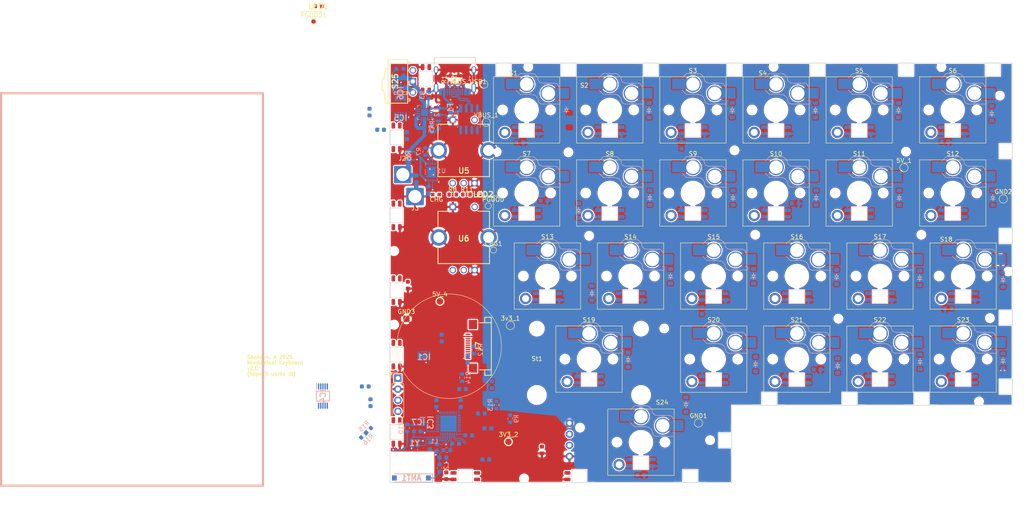
<source format=kicad_pcb>
(kicad_pcb (version 20240108) (generator "pcbnew") (generator_version "8.0")
  (layers (0 "F.Cu" signal) (31 "B.Cu" signal) (34 "B.Paste" user) (35 "F.Paste" user) (36 "B.SilkS" user "B.Silkscreen") (37 "F.SilkS" user "F.Silkscreen") (38 "B.Mask" user) (39 "F.Mask" user) (44 "Edge.Cuts" user))
  (net 0 "")
  (net 1 "GND")
  (net 2 "3V3")
  (net 3 "5V")
  (net 4 "Net-(D1-DOUT)")
  (net 5 "Net-(D1-DIN)")
  (net 6 "Net-(D2-DOUT)")
  (net 7 "Net-(D5-DOUT)")
  (net 8 "Net-(D10-DOUT)")
  (net 9 "Net-(D12-DOUT)")
  (net 10 "Net-(D14-DOUT)")
  (net 11 "Net-(D18-DOUT)")
  (net 12 "/VBUS")
  (net 13 "/DEC4_6")
  (net 15 "/D_N")
  (net 16 "Net-(J1-CC1)")
  (net 17 "/D_P")
  (net 18 "Net-(J1-CC2)")
  (net 20 "/SDA")
  (net 21 "/SCL")
  (net 22 "/Column 0")
  (net 23 "/Column 1")
  (net 24 "/Column 2")
  (net 25 "/Column 3")
  (net 26 "/Column 4")
  (net 27 "/Column 5")
  (net 28 "/CW2")
  (net 29 "D-")
  (net 30 "/CCW")
  (net 31 "/Row 1")
  (net 32 "/NO")
  (net 33 "/NO2")
  (net 34 "D+")
  (net 35 "/Row 0")
  (net 36 "/Row 3")
  (net 37 "/Row 2")
  (net 38 "/CCW2")
  (net 39 "/CW")
  (net 40 "/CHG")
  (net 41 "Net-(U2-TS)")
  (net 42 "Net-(U2-ISET)")
  (net 43 "Net-(IC6-CT)")
  (net 45 "Net-(U2-ILIM)")
  (net 46 "/SRP")
  (net 47 "Net-(Di1-A)")
  (net 48 "Net-(Di7-A)")
  (net 49 "Net-(Di8-A)")
  (net 50 "Net-(Di9-A)")
  (net 51 "Net-(Di10-A)")
  (net 52 "Net-(Di14-A)")
  (net 53 "Net-(Di19-A)")
  (net 54 "Net-(Di21-A)")
  (net 55 "Net-(Di23-A)")
  (net 57 "Net-(IC3-ANT)")
  (net 58 "Net-(IC3-SWDIO)")
  (net 59 "Net-(IC3-DECUSB)")
  (net 60 "Net-(IC3-DEC1)")
  (net 61 "Net-(IC3-XC1)")
  (net 62 "Net-(IC3-DEC5)")
  (net 63 "Net-(IC3-XC2)")
  (net 64 "Net-(IC3-DEC3)")
  (net 65 "/INTA")
  (net 66 "Net-(IC3-SWDCLK)")
  (net 67 "/GPOUT")
  (net 68 "Net-(C15-Pad1)")
  (net 69 "/RF")
  (net 70 "Net-(IC5-1{slash}VIN)")
  (net 71 "Net-(IC1-L1)")
  (net 72 "Net-(IC6-ON)")
  (net 74 "Net-(Di15-A)")
  (net 75 "Net-(Di22-A)")
  (net 76 "Net-(Di11-A)")
  (net 77 "Net-(Di17-A)")
  (net 78 "Net-(Di24-A)")
  (net 79 "Net-(Di12-A)")
  (net 80 "Net-(Di18-A)")
  (net 81 "Net-(Di2-A)")
  (net 82 "Net-(Di13-A)")
  (net 83 "Net-(Di3-A)")
  (net 84 "Net-(Di4-A)")
  (net 85 "Net-(Di16-A)")
  (net 86 "Net-(Di5-A)")
  (net 87 "Net-(Di6-A)")
  (net 88 "Net-(Di20-A)")
  (net 89 "Net-(D3-DOUT)")
  (net 90 "Net-(D4-DOUT)")
  (net 91 "Net-(D6-DOUT)")
  (net 92 "Net-(D7-DOUT)")
  (net 93 "Net-(D8-DOUT)")
  (net 94 "Net-(D10-DIN)")
  (net 95 "Net-(D11-DOUT)")
  (net 96 "Net-(D13-DOUT)")
  (net 97 "Net-(D15-DOUT)")
  (net 98 "Net-(D17-DOUT)")
  (net 99 "Net-(D16-DOUT)")
  (net 100 "Net-(D19-DOUT)")
  (net 101 "Net-(D20-DOUT)")
  (net 102 "Net-(D21-DOUT)")
  (net 103 "Net-(D22-DOUT)")
  (net 104 "Net-(D23-DOUT)")
  (net 105 "Net-(D24-DOUT)")
  (net 106 "/BAT")
  (net 107 "/VBUS_USB")
  (net 108 "/OUT")
  (net 119 "Net-(D25-DOUT)")
  (net 120 "Net-(D26-DOUT)")
  (net 121 "Net-(D28-DOUT)")
  (net 122 "Net-(D29-DOUT)")
  (net 123 "Net-(D30-DOUT)")
  (net 124 "Net-(D33-DOUT)")
  (net 125 "Net-(D34-DOUT)")
  (net 126 "Net-(D37-DOUT)")
  (net 127 "Net-(D38-DOUT)")
  (net 128 "Net-(D41-DOUT)")
  (net 129 "Net-(D42-DOUT)")
  (net 130 "Net-(D45-DOUT)")
  (net 131 "Net-(D46-DOUT)")
  (net 132 "Net-(D27-DOUT)")
  (net 133 "Net-(D31-DOUT)")
  (net 134 "Net-(D32-DOUT)")
  (net 135 "Net-(D35-DOUT)")
  (net 136 "Net-(D36-DOUT)")
  (net 137 "Net-(D39-DOUT)")
  (net 138 "Net-(D40-DOUT)")
  (net 139 "Net-(D43-DOUT)")
  (net 140 "Net-(D44-DOUT)")
  (net 144 "Net-(U1-V_{DD})")
  (net 145 "Net-(U1-BIN)")
  (net 146 "Net-(D47-DOUT)")
  (net 148 "Net-(LED1-A)")
  (net 149 "Net-(LED2-A)")
  (net 150 "/~{PGOOD}")
  (net 152 "/A")
  (net 153 "Net-(IC4-~{RESET})")
  (net 154 "Net-(IC7-Y)")
  (net 155 "/D2_N")
  (net 156 "/D2_P")
  (net 157 "Net-(IC5-5{slash}Lx)")
  (footprint "ScottoKeebs_Components:Capacitor_0603" (layer "F.Cu") (at 158.462978 59.583541 -90)
    (property "Reference" "C29" (hide yes))
    (property "Value" "100nF" (hide yes))
  )
  (footprint "ScottoKeebs_Hotswap:Hotswap_Choc_V1V2_Plated_1.00u" (layer "F.Cu") (at 147.484228 25.213541)
    (property "Reference" "S6")
    (property "Value" "Keyswitch")
  )
  (footprint "Resistor_SMD:R_0603_1608Metric" (layer "F.Cu") (at 34.642978 18.223541 90)
    (property "Reference" "R2")
    (property "Value" "5k1")
  )
  (footprint "CustomLibrary:M1.6 Hole" (layer "F.Cu") (at 62.085456 98.083399)
    (property "Reference" "REF**" (hide yes))
    (property "Value" "M1.6 Hole" (hide yes))
  )
  (footprint "CustomLibrary:M1.6 Hole" (layer "F.Cu") (at 160.202978 62.263541)
    (property "Reference" "REF**" (hide yes))
    (property "Value" "M1.6 Hole" (hide yes))
  )
  (footprint "ScottoKeebs_Hotswap:Hotswap_Choc_V1V2_Plated_1.00u" (layer "F.Cu") (at 68.902978 25.213541)
    (property "Reference" "S2")
    (property "Value" "Keyswitch")
  )
  (footprint "TestPoint:TestPoint_Pad_D1.5mm" (layer "F.Cu") (at 40.592978 28.043541)
    (property "Reference" "VBUS_1")
    (property "Value" "TestPoint")
  )
  (footprint "ScottoKeebs_Components:LED_SK6812MINI" (layer "F.Cu") (at 26.785456 18.083399 -90)
    (property "Reference" "D6" (hide yes))
    (property "Value" "LED_SK6812MINI" (hide yes))
    (fp_line (start -1.7 1.5) (end 1.7 1.5) (stroke (width 0.12)) (layer "Edge.Cuts"))
    (fp_line (start 1.7 1.5) (end 1.7 -1.5) (stroke (width 0.12)) (layer "Edge.Cuts"))
    (fp_line (start -1.7 -1.5) (end -1.7 1.5) (stroke (width 0.12)) (layer "Edge.Cuts"))
    (fp_line (start 1.7 -1.5) (end -1.7 -1.5) (stroke (width 0.12)) (layer "Edge.Cuts"))
  )
  (footprint "ScottoKeebs_Components:LED_SK6812MINI" (layer "F.Cu") (at 59.442978 15.973541 180)
    (property "Reference" "D8" (hide yes))
    (property "Value" "LED_SK6812MINI" (hide yes))
    (fp_line (start 1.7 1.5) (end 1.7 -1.5) (stroke (width 0.12)) (layer "Edge.Cuts"))
    (fp_line (start 1.7 -1.5) (end -1.7 -1.5) (stroke (width 0.12)) (layer "Edge.Cuts"))
    (fp_line (start -1.7 1.5) (end 1.7 1.5) (stroke (width 0.12)) (layer "Edge.Cuts"))
    (fp_line (start -1.7 -1.5) (end -1.7 1.5) (stroke (width 0.12)) (layer "Edge.Cuts"))
  )
  (footprint "ScottoKeebs_Hotswap:Hotswap_Choc_V1V2_Plated_1.00u" (layer "F.Cu") (at 54.615478 63.313541)
    (property "Reference" "S13")
    (property "Value" "Keyswitch")
  )
  (footprint "ScottoKeebs_Hotswap:Hotswap_Choc_V1V2_Plated_1.00u" (layer "F.Cu") (at 107.002978 44.263541)
    (property "Reference" "S10")
    (property "Value" "Keyswitch")
  )
  (footprint "TestPoint:TestPoint_Pad_D1.5mm" (layer "F.Cu") (at 159.072978 45.623541)
    (property "Reference" "GND2")
    (property "Value" "TestPoint")
  )
  (footprint "Resistor_SMD:R_0603_1608Metric" (layer "F.Cu") (at 32.916806 44.614484)
    (property "Reference" "R8")
    (property "Value" "270")
  )
  (footprint "ScottoKeebs_Components:OLED_128x32" (layer "F.Cu") (at 61.262978 106.843541 180)
    (property "Reference" "J4" (hide yes))
    (property "Value" "OLED_128x32")
  )
  (footprint "ScottoKeebs_Components:LED_SK6812MINI" (layer "F.Cu") (at 44.585456 15.973541 180)
    (property "Reference" "D7" (hide yes))
    (property "Value" "LED_SK6812MINI" (hide yes))
    (fp_line (start 1.7 1.5) (end 1.7 -1.5) (stroke (width 0.12)) (layer "Edge.Cuts"))
    (fp_line (start 1.7 -1.5) (end -1.7 -1.5) (stroke (width 0.12)) (layer "Edge.Cuts"))
    (fp_line (start -1.7 1.5) (end 1.7 1.5) (stroke (width 0.12)) (layer "Edge.Cuts"))
    (fp_line (start -1.7 -1.5) (end -1.7 1.5) (stroke (width 0.12)) (layer "Edge.Cuts"))
  )
  (footprint "CustomLibrary:M1.6 Hole" (layer "F.Cu") (at 42.985456 34.833399)
    (property "Reference" "REF**" (hide yes))
    (property "Value" "M1.6 Hole" (hide yes))
  )
  (footprint "Connector_Wire:SolderWire-2.5sqmm_1x01_D2.4mm_OD3.6mm" (layer "F.Cu") (at 24.277978 45.063541)
    (property "Reference" "J3")
    (property "Value" "Battery-")
  )
  (footprint "ScottoKeebs_Hotswap:Hotswap_Choc_V1V2_Plated_1.00u" (layer "F.Cu") (at 126.052978 25.213541)
    (property "Reference" "S5")
    (property "Value" "Keyswitch")
  )
  (footprint "CustomLibrary:M1.6 Hole" (layer "F.Cu") (at 97.485456 34.483399)
    (property "Reference" "REF**" (hide yes))
    (property "Value" "M1.6 Hole" (hide yes))
  )
  (footprint "CustomLibrary:M1.6 Hole" (layer "F.Cu") (at 91.882978 100.953541)
    (property "Reference" "REF**" (hide yes))
    (property "Value" "M1.6 Hole" (hide yes))
  )
  (footprint "ScottoKeebs_Components:LED_SK6812MINI" (layer "F.Cu") (at 136.802978 15.973541 180)
    (property "Reference" "D12" (hide yes))
    (property "Value" "LED_SK6812MINI" (hide yes))
    (fp_line (start 1.7 1.5) (end 1.7 -1.5) (stroke (width 0.12)) (layer "Edge.Cuts"))
    (fp_line (start 1.7 -1.5) (end -1.7 -1.5) (stroke (width 0.12)) (layer "Edge.Cuts"))
    (fp_line (start -1.7 1.5) (end 1.7 1.5) (stroke (width 0.12)) (layer "Edge.Cuts"))
    (fp_line (start -1.7 -1.5) (end -1.7 1.5) (stroke (width 0.12)) (layer "Edge.Cuts"))
  )
  (footprint "ScottoKeebs_Components:LED_SK6812MINI" (layer "F.Cu") (at 159.652978 34.653541 -90)
    (property "Reference" "D14" (hide yes))
    (property "Value" "LED_SK6812MINI" (hide yes))
    (fp_line (start -1.7 1.5) (end 1.7 1.5) (stroke (width 0.12)) (layer "Edge.Cuts"))
    (fp_line (start 1.7 1.5) (end 1.7 -1.5) (stroke (width 0.12)) (layer "Edge.Cuts"))
    (fp_line (start -1.7 -1.5) (end -1.7 1.5) (stroke (width 0.12)) (layer "Edge.Cuts"))
    (fp_line (start 1.7 -1.5) (end -1.7 -1.5) (stroke (width 0.12)) (layer "Edge.Cuts"))
  )
  (footprint "ScottoKeebs_Components:Capacitor_0603" (layer "F.Cu") (at 136.982978 18.533541)
    (property "Reference" "C34" (hide yes))
    (property "Value" "10uF" (hide yes))
  )
  (footprint "CustomLibrary:M1.6 Hole" (layer "F.Cu") (at 158.285456 21.933399)
    (property "Reference" "REF**" (hide yes))
    (property "Value" "M1.6 Hole" (hide yes))
  )
  (footprint "ScottoKeebs_Components:Capacitor_0603" (layer "F.Cu") (at 53.352978 103.203541 -90)
    (property "Reference" "C9" (hide yes))
    (property "Value" "4.7uF" (hide yes))
  )
  (footprint "ScottoKeebs_Components:LED_SK6812MINI" (layer "F.Cu") (at 35.802978 109.203541)
    (property "Reference" "D48" (hide yes))
    (property "Value" "LED_SK6812MINI" (hide yes))
    (fp_line (start -1.7 -1.5) (end -1.7 1.5) (stroke (width 0.12)) (layer "Edge.Cuts"))
    (fp_line (start -1.7 1.5) (end 1.7 1.5) (stroke (width 0.12)) (layer "Edge.Cuts"))
    (fp_line (start 1.7 -1.5) (end -1.7 -1.5) (stroke (width 0.12)) (layer "Edge.Cuts"))
    (fp_line (start 1.7 1.5) (end 1.7 -1.5) (stroke (width 0.12)) (layer "Edge.Cuts"))
  )
  (footprint "ScottoKeebs_Components:LED_SK6812MINI" (layer "F.Cu") (at 156.685456 15.973541 180)
    (property "Reference" "D13" (hide yes))
    (property "Value" "LED_SK6812MINI" (hide yes))
    (fp_line (start 1.7 1.5) (end 1.7 -1.5) (stroke (width 0.12)) (layer "Edge.Cuts"))
    (fp_line (start 1.7 -1.5) (end -1.7 -1.5) (stroke (width 0.12)) (layer "Edge.Cuts"))
    (fp_line (start -1.7 1.5) (end 1.7 1.5) (stroke (width 0.12)) (layer "Edge.Cuts"))
    (fp_line (start -1.7 -1.5) (end -1.7 1.5) (stroke (width 0.12)) (layer "Edge.Cuts"))
  )
  (footprint "ScottoKeebs_Components:Capacitor_0603" (layer "F.Cu") (at 133.552978 90.943541)
    (property "Reference" "C39" (hide yes))
    (property "Value" "100nF" (hide yes))
  )
  (footprint "ScottoKeebs_Components:LED_SK6812MINI" (layer "F.Cu") (at 159.652978 88.683399 -90)
    (property "Reference" "D40" (hide yes))
    (property "Value" "LED_SK6812MINI" (hide yes))
    (fp_line (start -1.7 1.5) (end 1.7 1.5) (stroke (width 0.12)) (layer "Edge.Cuts"))
    (fp_line (start 1.7 1.5) (end 1.7 -1.5) (stroke (width 0.12)) (layer "Edge.Cuts"))
    (fp_line (start -1.7 -1.5) (end -1.7 1.5) (stroke (width 0.12)) (layer "Edge.Cuts"))
    (fp_line (start 1.7 -1.5) (end -1.7 -1.5) (stroke (width 0.12)) (layer "Edge.Cuts"))
  )
  (footprint "SamacSys_Parts:KWEELP41RUS1U13K6L3X4X5R18" (layer "F.Cu") (at 2.2 1.45)
    (property "Reference" "LED1")
    (property "Value" "White LED KW_EEL" (hide yes))
  )
  (footprint "ScottoKeebs_Hotswap:Hotswap_Choc_V1V2_Plated_1.00u" (layer "F.Cu") (at 130.815478 63.313541)
    (property "Reference" "S17")
    (property "Value" "Keyswitch")
  )
  (footprint "ScottoKeebs_Components:LED_SK6812MINI" (layer "F.Cu") (at 123.842978 91.463541)
    (property "Reference" "D42" (hide yes))
    (property "Value" "LED_SK6812MINI" (hide yes))
    (fp_line (start -1.7 -1.5) (end -1.7 1.5) (stroke (width 0.12)) (layer "Edge.Cuts"))
    (fp_line (start -1.7 1.5) (end 1.7 1.5) (stroke (width 0.12)) (layer "Edge.Cuts"))
    (fp_line (start 1.7 -1.5) (end -1.7 -1.5) (stroke (width 0.12)) (layer "Edge.Cuts"))
    (fp_line (start 1.7 1.5) (end 1.7 -1.5) (stroke (width 0.12)) (layer "Edge.Cuts"))
  )
  (footprint "ScottoKeebs_Hotswap:Hotswap_Choc_V1V2_Plated_1.00u" (layer "F.Cu") (at 147.484228 44.263541)
    (property "Reference" "S12")
    (property "Value" "Keyswitch")
  )
  (footprint "ScottoKeebs_Components:LED_SK6812MINI" (layer "F.Cu") (at 140.342978 91.463541)
    (property "Reference" "D41" (hide yes))
    (property "Value" "LED_SK6812MINI" (hide yes))
    (fp_line (start -1.7 -1.5) (end -1.7 1.5) (stroke (width 0.12)) (layer "Edge.Cuts"))
    (fp_line (start -1.7 1.5) (end 1.7 1.5) (stroke (width 0.12)) (layer "Edge.Cuts"))
    (fp_line (start 1.7 -1.5) (end -1.7 -1.5) (stroke (width 0.12)) (layer "Edge.Cuts"))
    (fp_line (start 1.7 1.5) (end 1.7 -1.5) (stroke (width 0.12)) (layer "Edge.Cuts"))
  )
  (footprint "ScottoKeebs_Stabilizer:Stabilizer_MX_2.00u" (layer "F.Cu") (at 64.140478 82.363541)
    (property "Reference" "St1")
    (property "Value" "Stabilizer_MX_2.00u")
  )
  (footprint "TestPoint:TestPoint_Pad_D1.5mm" (layer "F.Cu") (at 89.232978 97.013541)
    (property "Reference" "GND1")
    (property "Value" "TestPoint")
  )
  (footprint "CustomLibrary:M1.6 Hole" (layer "F.Cu") (at 144.885456 15.383399)
    (property "Reference" "REF**" (hide yes))
    (property "Value" "M1.6 Hole" (hide yes))
  )
  (footprint "TestPoint:TestPoint_Pad_D1.0mm" (layer "F.Cu") (at 1.025 4.925)
    (property "Reference" "~{PGOOD}1")
    (property "Value" "TestPoint")
  )
  (footprint "ScottoKeebs_Components:LED_SK6812MINI" (layer "F.Cu") (at 105.442978 91.463541)
    (property "Reference" "D43" (hide yes))
    (property "Value" "LED_SK6812MINI" (hide yes))
    (fp_line (start -1.7 -1.5) (end -1.7 1.5) (stroke (width 0.12)) (layer "Edge.Cuts"))
    (fp_line (start -1.7 1.5) (end 1.7 1.5) (stroke (width 0.12)) (layer "Edge.Cuts"))
    (fp_line (start 1.7 -1.5) (end -1.7 -1.5) (stroke (width 0.12)) (layer "Edge.Cuts"))
    (fp_line (start 1.7 1.5) (end 1.7 -1.5) (stroke (width 0.12)) (layer "Edge.Cuts"))
  )
  (footprint "TestPoint:TestPoint_Pad_D1.0mm" (layer "F.Cu") (at 42.262978 57.333541)
    (property "Reference" "CHG1")
    (property "Value" "TestPoint")
  )
  (footprint "TestPoint:TestPoint_Pad_D1.5mm" (layer "F.Cu") (at 29.992978 69.123541)
    (property "Reference" "5V_4")
    (property "Value" "TestPoint")
  )
  (footprint "CustomLibrary:M1.6 Hole" (layer "F.Cu") (at 153.502978 92.063541)
    (property "Reference" "REF**" (hide yes))
    (property "Value" "M1.6 Hole" (hide yes))
  )
  (footprint "ScottoKeebs_Components:LED_SK6812MINI" (layer "F.Cu") (at 20.052978 81.343541 90)
    (property "Reference" "D2" (hide yes))
    (property "Value" "LED_SK6812MINI" (hide yes))
    (fp_line (start 1.7 -1.5) (end -1.7 -1.5) (stroke (width 0.12)) (layer "Edge.Cuts"))
    (fp_line (start -1.7 -1.5) (end -1.7 1.5) (stroke (width 0.12)) (layer "Edge.Cuts"))
    (fp_line (start 1.7 1.5) (end 1.7 -1.5) (stroke (width 0.12)) (layer "Edge.Cuts"))
    (fp_line (start -1.7 1.5) (end 1.7 1.5) (stroke (width 0.12)) (layer "Edge.Cuts"))
  )
  (footprint "ScottoKeebs_Hotswap:Hotswap_Choc_V1V2_Plated_1.00u" (layer "F.Cu") (at 130.815478 82.363541)
    (property "Reference" "S22")
    (property "Value" "Keyswitch")
  )
  (footprint "ScottoKeebs_Components:LED_SK6812MINI" (layer "F.Cu") (at 20.052978 66.553541 90)
    (property "Reference" "D3" (hide yes))
    (property "Value" "LED_SK6812MINI" (hide yes))
    (fp_line (start 1.7 -1.5) (end -1.7 -1.5) (stroke (width 0.12)) (layer "Edge.Cuts"))
    (fp_line (start -1.7 -1.5) (end -1.7 1.5) (stroke (width 0.12)) (layer "Edge.Cuts"))
    (fp_line (start 1.7 1.5) (end 1.7 -1.5) (stroke (width 0.12)) (layer "Edge.Cuts"))
    (fp_line (start -1.7 1.5) (end 1.7 1.5) (stroke (width 0.12)) (layer "Edge.Cuts"))
  )
  (footprint "ScottoKeebs_Hotswap:Hotswap_Choc_V1V2_Plated_1.00u" (layer "F.Cu") (at 149.865478 82.363541)
    (property "Reference" "S23")
    (property "Value" "Keyswitch")
  )
  (footprint "TestPoint:TestPoint_Pad_D1.5mm" (layer "F.Cu") (at 46.132978 74.653541)
    (property "Reference" "3v3_1")
    (property "Value" "TestPoint")
  )
  (footprint "CustomLibrary:M1.6 Hole" (layer "F.Cu") (at 81.385456 75.333399)
    (property "Reference" "REF**" (hide yes))
    (property "Value" "M1.6 Hole" (hide yes))
  )
  (footprint "TestPoint:TestPoint_Pad_D1.0mm" (layer "F.Cu") (at 41.052978 47.213541)
    (property "Reference" "~{PGOOD}")
    (property "Value" "TestPoint")
  )
  (footprint "ScottoKeebs_Components:LED_SK6812MINI" (layer "F.Cu") (at 159.652978 72.863541 -90)
    (property "Reference" "D28" (hide yes))
    (property "Value" "LED_SK6812MINI" (hide yes))
    (fp_line (start -1.7 1.5) (end 1.7 1.5) (stroke (width 0.12)) (layer "Edge.Cuts"))
    (fp_line (start 1.7 1.5) (end 1.7 -1.5) (stroke (width 0.12)) (layer "Edge.Cuts"))
    (fp_line (start -1.7 -1.5) (end -1.7 1.5) (stroke (width 0.12)) (layer "Edge.Cuts"))
    (fp_line (start 1.7 -1.5) (end -1.7 -1.5) (stroke (width 0.12)) (layer "Edge.Cuts"))
  )
  (footprint "ScottoKeebs_Hotswap:Hotswap_Choc_V1V2_Plated_1.00u" (layer "F.Cu") (at 126.052978 44.263541)
    (property "Reference" "S11")
    (property "Value" "Keyswitch")
  )
  (footprint "CustomLibrary:M1.6 Hole" (layer "F.Cu") (at 64.185456 54.083399)
    (property "Reference" "REF**" (hide yes))
    (property "Value" "M1.6 Hole" (hide yes))
  )
  (footprint "ScottoKeebs_Hotswap:Hotswap_Choc_V1V2_Plated_1.00u" (layer "F.Cu") (at 92.715478 63.313541)
    (property "Reference" "S15")
    (property "Value" "Keyswitch")
  )
  (footprint "ScottoKeebs_Hotswap:Hotswap_Choc_V1V2_Plated_1.00u" (layer "F.Cu") (at 68.902978 44.263541)
    (property "Reference" "S8")
    (property "Value" "Keyswitch")
  )
  (footprint "SamacSys_Parts:F32Q1A7H111012" (layer "F.Cu") (at 39.085456 79.423541 90)
    (property "Reference" "J7")
    (property "Value" "F32Q-1A7H1-11012" (hide yes))
  )
  (footprint "CustomLibrary:M1.6 Hole" (layer "F.Cu") (at 136.785456 34.783399)
    (property "Reference" "REF**" (hide yes))
    (property "Value" "M1.6 Hole" (hide yes))
  )
  (footprint "ScottoKeebs_Hotswap:Hotswap_Choc_V1V2_Plated_1.00u" (layer "F.Cu") (at 49.852978 25.213541)
    (property "Reference" "S1")
    (property "Value" "Keyswitch")
  )
  (footprint "Connector_Wire:SolderWire-2.5sqmm_1x01_D2.4mm_OD3.6mm" (layer "F.Cu") (at 21.477978 40.038541)
    (property "Reference" "J2")
    (property "Value" "Battery+")
  )
  (footprint "ScottoKeebs_Components:Capacitor_0603" (layer "F.Cu") (at 92.432978 105.303541)
    (property "Reference" "C38" (hide yes))
    (property "Value" "100nF" (hide yes))
  )
  (footprint "ScottoKeebs_Components:LED_SK6812MINI" (layer "F.Cu") (at 20.052978 49.388541 90)
    (property "Reference" "D4" (hide yes))
    (property "Value" "LED_SK6812MINI" (hide yes))
    (fp_line (start 1.7 -1.5) (end -1.7 -1.5) (stroke (width 0.12)) (layer "Edge.Cuts"))
    (fp_line (start -1.7 -1.5) (end -1.7 1.5) (stroke (width 0.12)) (layer "Edge.Cuts"))
    (fp_line (start 1.7 1.5) (end 1.7 -1.5) (stroke (width 0.12)) (layer "Edge.Cuts"))
    (fp_line (start -1.7 1.5) (end 1.7 1.5) (stroke (width 0.12)) (layer "Edge.Cuts"))
  )
  (footprint "TestPoint:TestPoint_Pad_D1.5mm" (layer "F.Cu") (at 136.312978 38.473541)
    (property "Reference" "5V_1")
    (property "Value" "TestPoint")
  )
  (footprint "Connector_PinHeader_2.54mm:PinHeader_1x04_P2.54mm_Vertical" (layer "F.Cu") (at 20.352978 86.713541)
    (property "Reference" "J6")
    (property "Value" "Conn_01x04")
  )
  (footprint "CustomLibrary:M1.6 Hole" (layer "F.Cu") (at 140.285456 53.833399)
    (property "Reference" "REF**" (hide yes))
    (property "Value" "M1.6 Hole" (hide yes))
  )
  (footprint "Resistor_SMD:R_0603_1608Metric" (layer "F.Cu") (at 36.060632 44.614484 180)
    (property "Reference" "R11")
    (property "Value" "270")
  )
  (footprint "ScottoKeebs_Components:LED_SK6812MINI" (layer "F.Cu") (at 159.652978 54.113541 -90)
    (property "Reference" "D27" (hide yes))
    (property "Value" "LED_SK6812MINI" (hide yes))
    (fp_line (start -1.7 1.5) (end 1.7 1.5) (stroke (width 0.12)) (layer "Edge.Cuts"))
    (fp_line (start 1.7 1.5) (end 1.7 -1.5) (stroke (width 0.12)) (layer "Edge.Cuts"))
    (fp_line (start -1.7 -1.5) (end -1.7 1.5) (stroke (width 0.12)) (layer "Edge.Cuts"))
    (fp_line (start 1.7 -1.5) (end -1.7 -1.5) (stroke (width 0.12)) (layer "Edge.Cuts"))
  )
  (footprint "SamacSys_Parts:KWEELP41RUS1U13K6L3X4X5R18" (layer "F.Cu") (at 29.077978 44.614484 180)
    (property "Reference" "CHG")
    (property "Value" "White LED KW_EEL" (hide yes))
  )
  (footprint "SamacSys_Parts:PEC11L4015FS0015" (layer "F.Cu") (at 32.945456 47.453541)
    (property "Reference" "U6")
    (property "Value" "PEC11L-4015F-S0015" (hide yes))
  )
  (footprint "ScottoKeebs_Hotswap:Hotswap_Choc_V1V2_Plated_1.00u" (layer "F.Cu") (at 87.952978 25.213541)
    (property "Reference" "S3")
    (property "Value" "Keyswitch")
  )
  (footprint "SamacSys_Parts:KWEELP41RUS1U13K6L3X4X5R18" (layer "F.Cu") (at 39.912978 44.593541)
    (property "Reference" "LED2")
    (property "Value" "White LED KW_EEL" (hide yes))
  )
  (footprint "CustomLibrary:M1.6 Hole" (layer "F.Cu") (at 102.235456 53.833399)
    (property "Reference" "REF**" (hide yes))
    (property "Value" "M1.6 Hole" (hide yes))
  )
  (footprint "CustomLibrary:M1.6 Hole" (layer "F.Cu") (at 156.002978 72.963541)
    (property "Reference" "REF**" (hide yes))
    (property "Value" "M1.6 Hole" (hide yes))
  )
  (footprint "TestPoint:TestPoint_Pad_D1.5mm" (layer "F.Cu") (at 40.032978 19.323541)
    (property "Reference" "VBUS_USB1")
    (property "Value" "TestPoint")
  )
  (footprint "ScottoKeebs_Components:LED_SK6812MINI" (layer "F.Cu") (at 97.482978 15.973541 180)
    (property "Reference" "D10" (hide yes))
    (property "Value" "LED_SK6812MINI" (hide yes))
    (fp_line (start 1.7 1.5) (end 1.7 -1.5) (stroke (width 0.12)) (layer "Edge.Cuts"))
    (fp_line (start 1.7 -1.5) (end -1.7 -1.5) (stroke (width 0.12)) (layer "Edge.Cuts"))
    (fp_line (start -1.7 1.5) (end 1.7 1.5) (stroke (width 0.12)) (layer "Edge.Cuts"))
    (fp_line (start -1.7 -1.5) (end -1.7 1.5) (stroke (width 0.12)) (layer "Edge.Cuts"))
  )
  (footprint "ScottoKeebs_Components:Capacitor_0603" (layer "F.Cu") (at 78.372978 18.573541)
    (property "Reference" "C30" (hide yes))
    (property "Value" "100nF" (hide yes))
  )
  (footprint "ScottoKeebs_Components:LED_SK6812MINI" (layer "F.Cu") (at 116.502978 15.973541 180)
    (property "Reference" "D11" (hide yes))
    (property "Value" "LED_SK6812MINI" (hide yes))
    (fp_line (start 1.7 1.5) (end 1.7 -1.5) (stroke (width 0.12)) (layer "Edge.Cuts"))
    (fp_line (start 1.7 -1.5) (end -1.7 -1.5) (stroke (width 0.12)) (layer "Edge.Cuts"))
    (fp_line (start -1.7 1.5) (end 1.7 1.5) (stroke (width 0.12)) (layer "Edge.Cuts"))
    (fp_line (start -1.7 -1.5) (end -1.7 1.5) (stroke (width 0.12)) (layer "Edge.Cuts"))
  )
  (footprint "CustomLibrary:M1.6 Hole" (layer "F.Cu") (at 61.382978 114.933541)
    (property "Reference" "REF**" (hide yes))
    (property "Value" "M1.6 Hole" (hide yes))
  )
  (footprint "CustomLibrary:M1.6 Hole" (layer "F.Cu") (at 59.435456 34.933399)
    (property "Reference" "REF**" (hide yes))
    (property "Value" "M1.6 Hole" (hide yes))
  )
  (footprint "ScottoKeebs_Components:Capacitor_0603" (layer "F.Cu") (at 27.482978 25.508541 -90)
    (property "Reference" "C43" (hide yes))
    (property "Value" "100nF" (hide yes))
  )
  (footprint "CustomLibrary:M1.6 Hole" (layer "F.Cu") (at 50.235456 15.333399)
    (property "Reference" "REF**" (hide yes))
    (property "Value" "M1.6 Hole" (hide yes))
  )
  (footprint "ScottoKeebs_Components:Capacitor_0603" (layer "F.Cu") (at 22.642978 65.403541 -90)
    (property "Reference" "C41" (hide yes))
    (property "Value" "100nF" (hide yes))
  )
  (footprint "SamacSys_Parts:CLSA12C422" (layer "F.Cu") (at 23.802978 18.663541 -90)
    (property "Reference" "S25")
    (property "Value" "CL-SA-12C4-22" (hide yes))
  )
  (footprint "ScottoKeebs_Components:LED_SK6812MINI" (layer "F.Cu") (at 20.052978 31.493541 90)
    (property "Reference" "D5" (hide yes))
    (property "Value" "LED_SK6812MINI" (hide yes))
    (fp_line (start 1.7 -1.5) (end -1.7 -1.5) (stroke (width 0.12)) (layer "Edge.Cuts"))
    (fp_line (start -1.7 -1.5) (end -1.7 1.5) (stroke (width 0.12)) (layer "Edge.Cuts"))
    (fp_line (start 1.7 1.5) (end 1.7 -1.5) (stroke (width 0.12)) (layer "Edge.Cuts"))
    (fp_line (start -1.7 1.5) (end 1.7 1.5) (stroke (width 0.12)) (layer "Edge.Cuts"))
  )
  (footprint "ScottoKeebs_Components:LED_SK6812MINI" (layer "F.Cu") (at 87.335456 109.203541)
    (property "Reference" "D45" (hide yes))
    (property "Value" "LED_SK6812MINI" (hide yes))
    (fp_line (start -1.7 -1.5) (end -1.7 1.5) (stroke (width 0.12)) (layer "Edge.Cuts"))
    (fp_line (start -1.7 1.5) (end 1.7 1.5) (stroke (width 0.12)) (layer "Edge.Cuts"))
    (fp_line (start 1.7 -1.5) (end -1.7 -1.5) (stroke (width 0.12)) (layer "Edge.Cuts"))
    (fp_line (start 1.7 1.5) (end 1.7 -1.5) (stroke (width 0.12)) (layer "Edge.Cuts"))
  )
  (footprint "CustomLibrary:M1.6 Hole" (layer "F.Cu") (at 19.492978 57.563541)
    (property "Reference" "REF**" (hide yes))
    (property "Value" "M1.6 Hole" (hide yes))
  )
  (footprint "ScottoKeebs_Hotswap:Hotswap_Choc_V1V2_Plated_1.00u" (layer "F.Cu") (at 87.952978 44.263541)
    (property "Reference" "S9")
    (property "Value" "Keyswitch")
  )
  (footprint "ScottoKeebs_Components:LED_SK6812MINI" (layer "F.Cu") (at 95.342978 100.963541 -90)
    (property "Reference" "D44" (hide yes))
    (property "Value" "LED_SK6812MINI" (hide yes))
    (fp_line (start -1.7 1.5) (end 1.7 1.5) (stroke (width 0.12)) (layer "Edge.Cuts"))
    (fp_line (start 1.7 1.5) (end 1.7 -1.5) (stroke (width 0.12)) (layer "Edge.Cuts"))
    (fp_line (start -1.7 -1.5) (end -1.7 1.5) (stroke (width 0.12)) (layer "Edge.Cuts"))
    (fp_line (start 1.7 -1.5) (end -1.7 -1.5) (stroke (width 0.12)) (layer "Edge.Cuts"))
  )
  (footprint "ScottoKeebs_Components:LED_SK6812MINI" (layer "F.Cu") (at 61.902978 109.203541)
    (property "Reference" "D47" (hide yes))
    (property "Value" "LED_SK6812MINI" (hide yes))
    (fp_line (start -1.7 -1.5) (end -1.7 1.5) (stroke (width 0.12)) (layer "Edge.Cuts"))
    (fp_line (start -1.7 1.5) (end 1.7 1.5) (stroke (width 0.12)) (layer "Edge.Cuts"))
    (fp_line (start 1.7 -1.5) (end -1.7 -1.5) (stroke (width 0.12)) (layer "Edge.Cuts"))
    (fp_line (start 1.7 1.5) (end 1.7 -1.5) (stroke (width 0.12)) (layer "Edge.Cuts"))
  )
  (footprint "ScottoKeebs_Hotswap:Hotswap_Choc_V1V2_Plated_1.00u" (layer "F.Cu") (at 107.002978 25.213541)
    (property "Reference" "S4")
    (property "Value" "Keyswitch")
  )
  (footprint "ScottoKeebs_Hotswap:Hotswap_Choc_V1V2_Plated_1.00u" (layer "F.Cu") (at 92.71548 82.363541)
    (property "Reference" "S20")
    (property "Value" "Keyswitch")
  )
  (footprint "ScottoKeebs_Hotswap:Hotswap_Choc_V1V2_Plated_1.00u" (layer "F.Cu") (at 76.046728 101.413541)
    (property "Reference" "S24")
    (property "Value" "Keyswitch")
  )
  (footprint "ScottoKeebs_Components:LED_SK6812MINI" (layer "F.Cu") (at 78.322978 15.973541 180)
    (property "Reference" "D9" (hide yes))
    (property "Value" "LED_SK6812MINI" (hide yes))
    (fp_line (start 1.7 1.5) (end 1.7 -1.5) (stroke (width 0.12)) (layer "Edge.Cuts"))
    (fp_line (start 1.7 -1.5) (end -1.7 -1.5) (stroke (width 0.12)) (layer "Edge.Cuts"))
    (fp_line (start -1.7 1.5) (end 1.7 1.5) (stroke (width 0.12)) (layer "Edge.Cuts"))
    (fp_line (start -1.7 -1.5) (end -1.7 1.5) (stroke (width 0.12)) (layer "Edge.Cuts"))
  )
  (footprint "ScottoKeebs_Hotswap:Hotswap_Choc_V1V2_Plated_1.00u" (layer "F.Cu") (at 49.852978 44.263541)
    (property "Reference" "S7")
    (property "Value" "Keyswitch")
  )
  (footprint "ScottoKeebs_Components:LED_SK6812MINI" (layer "F.Cu") (at 20.052978 99.063541 90)
    (property "Reference" "D1" (hide yes))
    (property "Value" "LED_SK6812MINI" (hide yes))
    (fp_line (start 1.7 -1.5) (end -1.7 -1.5) (stroke (width 0.12)) (layer "Edge.Cuts"))
    (fp_line (start -1.7 -1.5) (end -1.7 1.5) (stroke (width 0.12)) (layer "Edge.Cuts"))
    (fp_line (start 1.7 1.5) (end 1.7 -1.5) (stroke (width 0.12)) (layer "Edge.Cuts"))
    (fp_line (start -1.7 1.5) (end 1.7 1.5) (stroke (width 0.12)) (layer "Edge.Cuts"))
  )
  (footprint "CustomLibrary:M1.6 Hole" (layer "F.Cu") (at 19.502978 74.463541)
    (property "Reference" "REF**" (hide yes))
    (property "Value" "M1.6 Hole" (hide yes))
  )
  (footprint "ScottoKeebs_Hotswap:Hotswap_Choc_V1V2_Plated_1.00u" (layer "F.Cu") (at 111.765478 63.313541)
    (property "Reference" "S16")
    (property "Value" "Keyswitch")
  )
  (footprint "CustomLibrary:M1.6 Hole" (layer "F.Cu") (at 106.435456 15.333399)
    (property "Reference" "REF**" (hide yes))
    (property "Value" "M1.6 Hole" (hide yes))
  )
  (footprint "ScottoKeebs_Components:Capacitor_0603" (layer "F.Cu") (at 45.642978 77.593541 -90)
    (property "Reference" "C37" (hide yes))
    (property "Value" "100nF" (hide yes))
  )
  (footprint "CustomLibrary:M1.6 Hole" (layer "F.Cu") (at 121.285456 73.083399)
    (property "Reference" "REF**" (hide yes))
    (property "Value" "M1.6 Hole" (hide yes))
  )
  (footprint "SamacSys_Parts:PEC11L4015FS0015" (layer "F.Cu") (at 32.925456 27.503541)
    (property "Reference" "U5")
    (property "Value" "PEC11L-4015F-S0015" (hide yes))
  )
  (footprint "Resistor_SMD:R_0603_1608Metric" (layer "F.Cu") (at 32.382978 18.228541 90)
    (property "Reference" "R1")
    (property "Value" "5k1")
  )
  (footprint "ScottoKeebs_Hotswap:Hotswap_Choc_V1V2_Plated_1.00u" (layer "F.Cu") (at 111.765478 82.363541)
    (property "Reference" "S21")
    (property "Value" "Keyswitch")
  )
  (footprint "ScottoKeebs_Hotswap:Hotswap_Choc_V1V2_Plated_1.00u" (layer "F.Cu") (at 73.665478 63.313541)
    (property "Reference" "S14")
    (property "Value" "Keyswitch")
  )
  (footprint "ScottoKeebs_Components:Capacitor_0603" (layer "F.Cu") (at 29.082978 25.528541 90)
    (property "Reference" "C23" (hide yes))
    (property "Value" "4.7uF" (hide yes))
  )
  (footprint "TestPoint:TestPoint_Pad_D1.5mm" (layer "F.Cu") (at 22.302978 73.123541)
    (property "Reference" "GND3")
    (property "Value" "TestPoint")
  )
  (footprint "TestPoint:TestPoint_Pad_D1.5mm" (layer "F.Cu") (at 45.692978 101.313541)
    (property "Reference" "3V3_2")
    (property "Value" "TestPoint")
  )
  (footprint "ScottoKeebs_Hotswap:Hotswap_Choc_V1V2_Plated_1.00u" (layer "F.Cu") (at 149.865478 63.313541)
    (property "Reference" "S18")
    (property "Value" "Keyswitch")
  )
  (footprint "ScottoKeebs_Hotswap:Hotswap_Choc_V1V2_Plated_1.00u" (layer "F.Cu") (at 64.140478 82.363541)
    (property "Reference" "S19")
    (property "Value" "Keyswitch")
  )
  (footprint "ScottoKeebs_Components:Capacitor_0603" (layer "F.Cu") (at 31.432978 109.113541 -90)
    (property "Reference" "C45" (hide yes))
    (property "Value" "100nF" (hide yes))
  )
  (footprint "SamacSys_Parts:SOT95P280X145-6N" (layer "B.Cu") (at 20.952978 21.353541 -90)
    (property "Reference" "IC6")
    (property "Value" "TPS22917LDBVT" (hide yes))
  )
  (footprint "ScottoKeebs_Components:Capacitor_0603" (layer "B.Cu") (at 75.997978 108.923541 180)
    (property "Reference" "C31" (hide yes))
    (property "Value" "100nF" (hide yes))
  )
  (footprint "ScottoKeebs_Components:LED_SK6812MINI" (layer "B.Cu") (at 111.765478 68.013541)
    (property "Reference" "D31" (hide yes))
    (property "Value" "LED_SK6812MINI" (hide yes))
    (fp_line (start -1.7 -1.5) (end -1.7 1.5) (stroke (width 0.12)) (layer "Edge.Cuts"))
    (fp_line (start -1.7 1.5) (end 1.7 1.5) (stroke (width 0.12)) (layer "Edge.Cuts"))
    (fp_line (start 1.7 -1.5) (end -1.7 -1.5) (stroke (width 0.12)) (layer "Edge.Cuts"))
    (fp_line (start 1.7 1.5) (end 1.7 -1.5) (stroke (width 0.12)) (layer "Edge.Cuts"))
  )
  (footprint "ScottoKeebs_Components:Capacitor_0603" (layer "B.Cu") (at 24.782978 98.933541)
    (property "Reference" "C14" (hide yes))
    (property "Value" "12pF" (hide yes))
  )
  (footprint "ScottoKeebs_Components:Diode_SOD-123" (layer "B.Cu") (at 101.8505 63.343541 90)
    (property "Reference" "Di17" (hide yes))
    (property "Value" "Diode")
  )
  (footprint "ScottoKeebs_Components:LED_SK6812MINI" (layer "B.Cu") (at 149.865478 87.063541 180)
    (property "Reference" "D39" (hide yes))
    (property "Value" "LED_SK6812MINI" (hide yes))
    (fp_line (start 1.7 1.5) (end 1.7 -1.5) (stroke (width 0.12)) (layer "Edge.Cuts"))
    (fp_line (start 1.7 -1.5) (end -1.7 -1.5) (stroke (width 0.12)) (layer "Edge.Cuts"))
    (fp_line (start -1.7 1.5) (end 1.7 1.5) (stroke (width 0.12)) (layer "Edge.Cuts"))
    (fp_line (start -1.7 -1.5) (end -1.7 1.5) (stroke (width 0.12)) (layer "Edge.Cuts"))
  )
  (footprint "Resistor_SMD:R_0603_1608Metric" (layer "B.Cu") (at 29.672978 28.638541 -90)
    (property "Reference" "R4")
    (property "Value" "590")
  )
  (footprint "ScottoKeebs_Components:LED_SK6812MINI" (layer "B.Cu") (at 92.715478 68.013541)
    (property "Reference" "D32" (hide yes))
    (property "Value" "LED_SK6812MINI" (hide yes))
    (fp_line (start -1.7 -1.5) (end -1.7 1.5) (stroke (width 0.12)) (layer "Edge.Cuts"))
    (fp_line (start -1.7 1.5) (end 1.7 1.5) (stroke (width 0.12)) (layer "Edge.Cuts"))
    (fp_line (start 1.7 -1.5) (end -1.7 -1.5) (stroke (width 0.12)) (layer "Edge.Cuts"))
    (fp_line (start 1.7 1.5) (end 1.7 -1.5) (stroke (width 0.12)) (layer "Edge.Cuts"))
  )
  (footprint "ScottoKeebs_Components:Diode_SOD-123" (layer "B.Cu") (at 78.0905 45.353541 90)
    (property "Reference" "Di12" (hide yes))
    (property "Value" "Diode")
  )
  (footprint "Resistor_SMD:R_0603_1608Metric" (layer "B.Cu") (at 27.352978 21.813541 -90)
    (property "Reference" "R3")
    (property "Value" "540")
  )
  (footprint "ScottoKeebs_Components:Capacitor_0603" (layer "B.Cu") (at 111.397978 46.673541 180)
    (property "Reference" "C36" (hide yes))
    (property "Value" "100nF" (hide yes))
  )
  (footprint "ScottoKeebs_Components:LED_SK6812MINI" (layer "B.Cu") (at 49.852978 29.913541)
    (property "Reference" "D20" (hide yes))
    (property "Value" "LED_SK6812MINI" (hide yes))
    (fp_line (start -1.7 -1.5) (end -1.7 1.5) (stroke (width 0.12)) (layer "Edge.Cuts"))
    (fp_line (start -1.7 1.5) (end 1.7 1.5) (stroke (width 0.12)) (layer "Edge.Cuts"))
    (fp_line (start 1.7 -1.5) (end -1.7 -1.5) (stroke (width 0.12)) (layer "Edge.Cuts"))
    (fp_line (start 1.7 1.5) (end 1.7 -1.5) (stroke (width 0.12)) (layer "Edge.Cuts"))
  )
  (footprint "ScottoKeebs_Components:Capacitor_0603" (layer "B.Cu") (at 33.582978 101.733541 180)
    (property "Reference" "C16" (hide yes))
    (property "Value" "1pF" (hide yes))
  )
  (footprint "ScottoKeebs_Components:Capacitor_0603" (layer "B.Cu") (at 29.282978 102.633541 90)
    (property "Reference" "C6" (hide yes))
    (property "Value" "1uF" (hide yes))
  )
  (footprint "ScottoKeebs_Components:LED_SK6812MINI" (layer "B.Cu") (at 49.852978 48.963541 180)
    (property "Reference" "D21" (hide yes))
    (property "Value" "LED_SK6812MINI" (hide yes))
    (fp_line (start 1.7 1.5) (end 1.7 -1.5) (stroke (width 0.12)) (layer "Edge.Cuts"))
    (fp_line (start 1.7 -1.5) (end -1.7 -1.5) (stroke (width 0.12)) (layer "Edge.Cuts"))
    (fp_line (start -1.7 1.5) (end 1.7 1.5) (stroke (width 0.12)) (layer "Edge.Cuts"))
    (fp_line (start -1.7 -1.5) (end -1.7 1.5) (stroke (width 0.12)) (layer "Edge.Cuts"))
  )
  (footprint "Resistor_SMD:R_0603_1608Metric" (layer "B.Cu") (at 35.052978 86.613541 90)
    (property "Reference" "R14")
    (property "Value" "4k7")
  )
  (footprint "Resistor_SMD:R_0603_1608Metric" (layer "B.Cu") (at 46.082978 96.033541 90)
    (property "Reference" "R9")
    (property "Value" "10k")
  )
  (footprint "ScottoKeebs_Components:Capacitor_0603" (layer "B.Cu") (at 48.297978 32.633541 180)
    (property "Reference" "C44" (hide yes))
    (property "Value" "10uF" (hide yes))
  )
  (footprint "ScottoKeebs_Components:Capacitor_0603" (layer "B.Cu") (at 22.452978 31.103541 90)
    (property "Reference" "C25" (hide yes))
    (property "Value" "10uF" (hide yes))
  )
  (footprint "Resistor_SMD:R_0603_1608Metric" (layer "B.Cu") (at 28.122978 29.518541 90)
    (property "Reference" "R5")
    (property "Value" "10k")
  )
  (footprint "ScottoKeebs_Components:LED_SK6812MINI" (layer "B.Cu") (at 87.952978 29.913541)
    (property "Reference" "D18" (hide yes))
    (property "Value" "LED_SK6812MINI" (hide yes))
    (fp_line (start -1.7 -1.5) (end -1.7 1.5) (stroke (width 0.12)) (layer "Edge.Cuts"))
    (fp_line (start -1.7 1.5) (end 1.7 1.5) (stroke (width 0.12)) (layer "Edge.Cuts"))
    (fp_line (start 1.7 -1.5) (end -1.7 -1.5) (stroke (width 0.12)) (layer "Edge.Cuts"))
    (fp_line (start 1.7 1.5) (end 1.7 -1.5) (stroke (width 0.12)) (layer "Edge.Cuts"))
  )
  (footprint "Package_DFN_QFN:VQFN-16-1EP_3x3mm_P0.5mm_EP1.6x1.6mm" (layer "B.Cu") (at 26.442978 25.806041 90)
    (property "Reference" "U2")
    (property "Value" "BQ24072RGT")
  )
  (footprint "ScottoKeebs_Components:Capacitor_0603" (layer "B.Cu") (at 30.412978 77.543541 90)
    (property "Reference" "C47" (hide yes))
    (property "Value" "4.7uF" (hide yes))
  )
  (footprint "ScottoKeebs_Components:Capacitor_0603" (layer "B.Cu") (at 29.812978 25.623541 -90)
    (property "Reference" "C24" (hide yes))
    (property "Value" "4.7uF" (hide yes))
  )
  (footprint "ScottoKeebs_Components:Capacitor_0603" (layer "B.Cu") (at 20.002978 16.618541 90)
    (property "Reference" "C10" (hide yes))
    (property "Value" "100pF" (hide yes))
  )
  (footprint "ScottoKeebs_Components:Diode_SOD-123" (layer "B.Cu") (at 135.062978 25.283399 90)
    (property "Reference" "Di2" (hide yes))
    (property "Value" "Diode")
  )
  (footprint "ScottoKeebs_Components:Diode_SOD-123" (layer "B.Cu") (at 64.8105 67.243541 90)
    (property "Reference" "Di4" (hide yes))
    (property "Value" "Diode")
  )
  (footprint "ScottoKeebs_Components:Diode_SOD-123" (layer "B.Cu") (at 96.962978 25.283399 90)
    (property "Reference" "Di8" (hide yes))
    (property "Value" "Diode")
  )
  (footprint "ScottoKeebs_Components:Capacitor_0603" (layer "B.Cu") (at 53.802978 46.043541 180)
    (property "Reference" "C42" (hide yes))
    (property "Value" "100nF" (hide yes))
  )
  (footprint "ScottoKeebs_Components:Diode_SOD-123" (layer "B.Cu") (at 102.3105 83.503541 90)
    (property "Reference" "Di21" (hide yes))
    (property "Value" "Diode")
  )
  (footprint "ScottoKeebs_Components:Diode_SOD-123" (layer "B.Cu") (at 156.67175 45.353541 90)
    (property "Reference" "Di15" (hide yes))
    (property "Value" "Diode")
  )
  (footprint "ScottoKeebs_Components:Capacitor_0603" (layer "B.Cu") (at 13.852978 25.703541 90)
    (property "Reference" "C27" (hide yes))
    (property "Value" "10uF-lowESR" (hide yes))
  )
  (footprint "ScottoKeebs_Components:LED_SK6812MINI" (layer "B.Cu") (at 64.140478 87.063541 180)
    (property "Reference" "D35" (hide yes))
    (property "Value" "LED_SK6812MINI" (hide yes))
    (fp_line (start 1.7 1.5) (end 1.7 -1.5) (stroke (width 0.12)) (layer "Edge.Cuts"))
    (fp_line (start 1.7 -1.5) (end -1.7 -1.5) (stroke (width 0.12)) (layer "Edge.Cuts"))
    (fp_line (start -1.7 1.5) (end 1.7 1.5) (stroke (width 0.12)) (layer "Edge.Cuts"))
    (fp_line (start -1.7 -1.5) (end -1.7 1.5) (stroke (width 0.12)) (layer "Edge.Cuts"))
  )
  (footprint "ScottoKeebs_Components:Capacitor_0603" (layer "B.Cu") (at 29.182978 92.533541 -90)
    (property "Reference" "C3" (hide yes))
    (property "Value" "100nF" (hide yes))
  )
  (footprint "Package_SON:Texas_S-PDSO-N12" (layer "B.Cu") (at 28.070478 39.468541 90)
    (property "Reference" "U1")
    (property "Value" "BQ27441-G1")
  )
  (footprint "ScottoKeebs_Components:Capacitor_0603" (layer "B.Cu") (at 90.012978 71.263541 -90)
    (property "Reference" "C32" (hide yes))
    (property "Value" "100nF" (hide yes))
  )
  (footprint "ScottoKeebs_Components:LED_SK6812MINI" (layer "B.Cu") (at 54.615478 68.013541)
    (property "Reference" "D34" (hide yes))
    (property "Value" "LED_SK6812MINI" (hide yes))
    (fp_line (start -1.7 -1.5) (end -1.7 1.5) (stroke (width 0.12)) (layer "Edge.Cuts"))
    (fp_line (start -1.7 1.5) (end 1.7 1.5) (stroke (width 0.12)) (layer "Edge.Cuts"))
    (fp_line (start 1.7 -1.5) (end -1.7 -1.5) (stroke (width 0.12)) (layer "Edge.Cuts"))
    (fp_line (start 1.7 1.5) (end 1.7 -1.5) (stroke (width 0.12)) (layer "Edge.Cuts"))
  )
  (footprint "ScottoKeebs_Components:Capacitor_0603" (layer "B.Cu") (at 27.682978 102.233541 -90)
    (property "Reference" "C12" (hide yes))
    (property "Value" "100pF" (hide yes))
  )
  (footprint "ScottoKeebs_Components:Capacitor_0603" (layer "B.Cu") (at 116.412978 84.743541 180)
    (property "Reference" "C28" (hide yes))
    (property "Value" "100nF" (hide yes))
  )
  (footprint "ScottoKeebs_Components:Diode_SOD-123" (layer "B.Cu") (at 139.9205 63.743541 90)
    (property "Reference" "Di5" (hide yes))
    (property "Value" "Diode")
  )
  (footprint "ScottoKeebs_Components:Capacitor_0603" (layer "B.Cu") (at 34.782978 92.533541 -90)
    (property "Reference" "C4" (hide yes))
    (property "Value" "4.7uF" (hide yes))
  )
  (footprint "ScottoKeebs_Components:Capacitor_0603" (layer "B.Cu") (at 40.982978 98.233541 180)
    (property "Reference" "C8" (hide yes))
    (property "Value" "100nF" (hide yes))
  )
  (footprint "ScottoKeebs_Components:LED_SK6812MINI" (layer "B.Cu") (at 130.815478 87.063541 180)
    (property "Reference" "D38" (hide yes))
    (property "Value" "LED_SK6812MINI" (hide yes))
    (fp_line (start 1.7 1.5) (end 1.7 -1.5) (stroke (width 0.12)) (layer "Edge.Cuts"))
    (fp_line (start 1.7 -1.5) (end -1.7 -1.5) (stroke (width 0.12)) (layer "Edge.Cuts"))
    (fp_line (start -1.7 1.5) (end 1.7 1.5) (stroke (width 0.12)) (layer "Edge.Cuts"))
    (fp_line (start -1.7 -1.5) (end -1.7 1.5) (stroke (width 0.12)) (layer "Edge.Cuts"))
  )
  (footprint "ScottoKeebs_Components:Capacitor_0603" (layer "B.Cu") (at 145.692978 32.493541 180)
    (property "Reference" "C33" (hide yes))
    (property "Value" "100nF" (hide yes))
  )
  (footprint "SamacSys_Parts:ECS320837B2JTYTR" (layer "B.Cu") (at 24.182978 101.633541 180)
    (property "Reference" "Y1")
    (property "Value" "ECS-320-8-37B2-JTY-TR" (hide yes))
  )
  (footprint "ScottoKeebs_Components:Diode_SOD-123" (layer "B.Cu") (at 159.0205 82.713541 90)
    (property "Reference" "Di23" (hide yes))
    (property "Value" "Diode")
  )
  (footprint "ScottoKeebs_Components:Diode_SOD-123" (layer "B.Cu") (at 121.132978 83.863399 90)
    (property "Reference" "Di6" (hide yes))
    (property "Value" "Diode")
  )
  (footprint "SamacSys_Parts:RESC2012X41N" (layer "B.Cu") (at 22.762978 35.723541 -90)
    (property "Reference" "R6")
    (property "Value" "10m1%" (hide yes))
  )
  (footprint "SamacSys_Parts:XCL103D503CRG" (layer "B.Cu") (at 26.332978 81.933541 180)
    (property "Reference" "IC1")
    (property "Value" "XCL240B333FR-G" (hide yes))
  )
  (footprint "ScottoKeebs_Components:Diode_SOD-123" (layer "B.Cu") (at 140.0005 82.953541 90)
    (property "Reference" "Di22" (hide yes))
    (property "Value" "Diode")
  )
  (footprint "Inductor_SMD:L_0603_1608Metric" (layer "B.Cu") (at 29.902978 107.333541 90)
    (property "Reference" "L2")
    (property "Value" "2.2nH")
  )
  (footprint "ScottoKeebs_Components:LED_SK6812MINI" (layer "B.Cu") (at 147.484228 29.913541)
    (property "Reference" "D15" (hide yes))
    (property "Value" "LED_SK6812MINI" (hide yes))
    (fp_line (start -1.7 -1.5) (end -1.7 1.5) (stroke (width 0.12)) (layer "Edge.Cuts"))
    (fp_line (start -1.7 1.5) (end 1.7 1.5) (stroke (width 0.12)) (layer "Edge.Cuts"))
    (fp_line (start 1.7 -1.5) (end -1.7 -1.5) (stroke (width 0.12)) (layer "Edge.Cuts"))
    (fp_line (start 1.7 1.5) (end 1.7 -1.5) (stroke (width 0.12)) (layer "Edge.Cuts"))
  )
  (footprint "SamacSys_Parts:0603L050SLYR" (layer "B.Cu") (at 32.412978 24.773541 -90)
    (property "Reference" "F1")
    (property "Value" "6A" (hide yes))
  )
  (footprint "ScottoKeebs_Components:Diode_SOD-123" (layer "B.Cu") (at 73.112978 82.483399 90)
    (property "Reference" "Di20" (hide yes))
    (property "Value" "Diode")
  )
  (footprint "ScottoKeebs_Components:Capacitor_0603" (layer "B.Cu") (at 146.507978 70.743541)
    (property "Reference" "C35" (hide yes))
    (property "Value" "100nF" (hide yes))
  )
  (footprint "ScottoKeebs_Components:LED_SK6812MINI" (layer "B.Cu") (at 126.052978 48.963541 180)
    (property "Reference" "D25" (hide yes))
    (property "Value" "LED_SK6812MINI" (hide yes))
    (fp_line (start 1.7 1.5) (end 1.7 -1.5) (stroke (width 0.12)) (layer "Edge.Cuts"))
    (fp_line (start 1.7 -1.5) (end -1.7 -1.5) (stroke (width 0.12)) (layer "Edge.Cuts"))
    (fp_line (start -1.7 1.5) (end 1.7 1.5) (stroke (width 0.12)) (layer "Edge.Cuts"))
    (fp_line (start -1.7 -1.5) (end -1.7 1.5) (stroke (width 0.12)) (layer "Edge.Cuts"))
  )
  (footprint "Resistor_SMD:R_0603_1608Metric" (layer "B.Cu") (at 26.612978 34.743541 -90)
    (property "Reference" "R7")
    (property "Value" "10k")
  )
  (footprint "ScottoKeebs_Components:Diode_SOD-123" (layer "B.Cu") (at 86.362978 92.783399 -90)
    (property "Reference" "Di24" (hide yes))
    (property "Value" "Diode")
  )
  (footprint "ScottoKeebs_Components:LED_SK6812MINI" (layer "B.Cu") (at 130.815478 68.013541)
    (property "Reference" "D30" (hide yes))
    (property "Value" "LED_SK6812MINI" (hide yes))
    (fp_line (start -1.7 -1.5) (end -1.7 1.5) (stroke (width 0.12)) (layer "Edge.Cuts"))
    (fp_line (start -1.7 1.5) (end 1.7 1.5) (stroke (width 0.12)) (layer "Edge.Cuts"))
    (fp_line (start 1.7 -1.5) (end -1.7 -1.5) (stroke (width 0.12)) (layer "Edge.Cuts"))
    (fp_line (start 1.7 1.5) (end 1.7 -1.5) (stroke (width 0.12)) (layer "Edge.Cuts"))
  )
  (footprint "ScottoKeebs_Components:LED_SK6812MINI" (layer "B.Cu") (at 149.865478 68.013541)
    (property "Reference" "D29" (hide yes))
    (property "Value" "LED_SK6812MINI" (hide yes))
    (fp_line (start -1.7 -1.5) (end -1.7 1.5) (stroke (width 0.12)) (layer "Edge.Cuts"))
    (fp_line (start -1.7 1.5) (end 1.7 1.5) (stroke (width 0.12)) (layer "Edge.Cuts"))
    (fp_line (start 1.7 -1.5) (end -1.7 -1.5) (stroke (width 0.12)) (layer "Edge.Cuts"))
    (fp_line (start 1.7 1.5) (end 1.7 -1.5) (stroke (width 0.12)) (layer "Edge.Cuts"))
  )
  (footprint "ScottoKeebs_Components:Diode_SOD-123" (layer "B.Cu") (at 159.0305 64.133541 90)
    (property "Reference" "Di19" (hide yes))
    (property "Value" "Diode")
  )
  (footprint "ScottoKeebs_Components:Capacitor_0603" (layer "B.Cu") (at 21.672978 16.593541 -90)
    (property "Reference" "C48" (hide yes))
    (property "Value" "4.7uF" (hide yes))
  )
  (footprint "ScottoKeebs_Components:LED_SK6812MINI" (layer "B.Cu") (at 76.046728 106.113541)
    (property "Reference" "D46" (hide yes))
    (property "Value" "LED_SK6812MINI" (hide yes))
    (fp_line (start -1.7 -1.5) (end -1.7 1.5) (stroke (width 0.12)) (layer "Edge.Cuts"))
    (fp_line (start -1.7 1.5) (end 1.7 1.5) (stroke (width 0.12)) (layer "Edge.Cuts"))
    (fp_line (start 1.7 -1.5) (end -1.7 -1.5) (stroke (width 0.12)) (layer "Edge.Cuts"))
    (fp_line (start 1.7 1.5) (end 1.7 -1.5) (stroke (width 0.12)) (layer "Edge.Cuts"))
  )
  (footprint "Resistor_SMD:R_0603_1608Metric" (layer "B.Cu") (at 13.602978 98.763541 -135)
    (property "Reference" "R15")
    (property "Value" "22")
  )
  (footprint "ScottoKeebs_Components:Capacitor_0603" (layer "B.Cu") (at 30.682978 104.933541)
    (property "Reference" "C15" (hide yes))
    (property "Value" "1.2pF" (hide yes))
  )
  (footprint "ScottoKeebs_Components:Capacitor_0603" (layer "B.Cu") (at 40.502978 105.388541 180)
    (property "Reference" "C19" (hide yes))
    (property "Value" "12pF" (hide yes))
  )
  (footprint "ScottoKeebs_Components:Capacitor_0603" (layer "B.Cu") (at 12.882978 88.633541)
    (property "Reference" "C2" (hide yes))
    (property "Value" "4.7uF" (hide yes))
  )
  (footprint "SamacSys_Parts:SOP50P490X110-10N" (layer "B.Cu") (at 3.182978 90.833541 -90)
    (property "Reference" "IC4")
    (property "Value" "TCA9537DGSR" (hide yes))
  )
  (footprint "ScottoKeebs_Components:Diode_SOD-123" (layer "B.Cu") (at 116.012978 25.283399 90)
    (property "Reference" "Di9" (hide yes))
    (property "Value" "Diode")
  )
  (footprint "Resistor_SMD:R_0603_1608Metric" (layer "B.Cu") (at 42.962978 92.873541 -90)
    (property "Reference" "R13")
    (property "Value" "4k7")
  )
  (footprint "ScottoKeebs_Components:Capacitor_0603" (layer "B.Cu") (at 85.322978 33.303541 -90)
    (property "Reference" "C21" (hide yes))
    (property "Value" "100nF" (hide yes))
  )
  (footprint "ScottoKeebs_Components:LED_SK6812MINI" (layer "B.Cu") (at 92.715478 87.063541 180)
    (property "Reference" "D36" (hide yes))
    (property "Value" "LED_SK6812MINI" (hide yes))
    (fp_line (start 1.7 1.5) (end 1.7 -1.5) (stroke (width 0.12)) (layer "Edge.Cuts"))
    (fp_line (start 1.7 -1.5) (end -1.7 -1.5) (stroke (width 0.12)) (layer "Edge.Cuts"))
    (fp_line (start -1.7 1.5) (end 1.7 1.5) (stroke (width 0.12)) (layer "Edge.Cuts"))
    (fp_line (start -1.7 -1.5) (end -1.7 1.5) (stroke (width 0.12)) (layer "Edge.Cuts"))
  )
  (footprint "ScottoKeebs_Components:LED_SK6812MINI" (layer "B.Cu") (at 68.902978 29.913541)
    (property "Reference" "D19" (hide yes))
    (property "Value" "LED_SK6812MINI" (hide yes))
    (fp_line (start -1.7 -1.5) (end -1.7 1.5) (stroke (width 0.12)) (layer "Edge.Cuts"))
    (fp_line (start -1.7 1.5) (end 1.7 1.5) (stroke (width 0.12)) (layer "Edge.Cuts"))
    (fp_line (start 1.7 -1.5) (end -1.7 -1.5) (stroke (width 0.12)) (layer "Edge.Cuts"))
    (fp_line (start 1.7 1.5) (end 1.7 -1.5) (stroke (width 0.12)) (layer "Edge.Cuts"))
  )
  (footprint "Package_SO:SOIC-8_3.9x4.9mm_P1.27mm" (layer "B.Cu") (at 36.657978 27.338541 -90)
    (property "Reference" "U3")
    (property "Value" "USB6B1")
  )
  (footprint "SamacSys_Parts:ANTC8010X110N" (layer "B.Cu") (at 23.452978 109.613541 180)
    (property "Reference" "ANT1")
    (property "Value" "ACAG0801-2450-T" (hide yes))
  )
  (footprint "ScottoKeebs_Components:Capacitor_0603" (layer "B.Cu") (at 14.082978 92.358541 90)
    (property "Reference" "C7" (hide yes))
    (property "Value" "100nF" (hide yes))
  )
  (footprint "ScottoKeebs_Components:Capacitor_0603" (layer "B.Cu") (at 41.877978 88.213541 90)
    (property "Reference" "C18" (hide yes))
    (property "Value" "100nF" (hide yes))
  )
  (footprint "ScottoKeebs_Components:Diode_SOD-123" (layer "B.Cu") (at 77.912978 25.283399 90)
    (property "Reference" "Di7" (hide yes))
    (property "Value" "Diode")
  )
  (footprint "Resistor_SMD:R_0603_1608Metric" (layer "B.Cu") (at 37.852978 80.253541 90)
    (property "Reference" "R12")
    (property "Value" "10k")
  )
  (footprint "ScottoKeebs_Components:Diode_SOD-123" (layer "B.Cu") (at 97.1405 45.353541 90)
    (property "Reference" "Di3" (hide yes))
    (property "Value" "Diode")
  )
  (footprint "ScottoKeebs_Components:Capacitor_0603" (layer "B.Cu") (at 24.577978 40.988541 -90)
    (property "Reference" "C17" (hide yes))
    (property "Value" "4.7uF" (hide yes))
  )
  (footprint "ScottoKeebs_Components:Diode_SOD-123" (layer "B.Cu") (at 116.1905 45.353541 90)
    (property "Reference" "Di13" (hide yes))
    (property "Value" "Diode")
  )
  (footprint "ScottoKeebs_Components:Capacitor_0603" (layer "B.Cu") (at 36.302978 82.363541 90)
    (property "Reference" "C13" (hide yes))
    (property "Value" "10uF" (hide yes))
  )
  (footprint "Resistor_SMD:R_0603_1608Metric" (layer "B.Cu") (at 12.532978 99.763541 45)
    (property "Reference" "R16")
    (property "Value" "22")
  )
  (footprint "ScottoKeebs_Components:Diode_SOD-123" (layer "B.Cu") (at 58.962978 25.223541 90)
    (property "Reference" "Di1" (hide yes))
    (property "Value" "Diode")
  )
  (footprint "SamacSys_Parts:XCL103D503CRG" (layer "B.Cu") (at 20.962978 27.095541 180)
    (property "Reference" "IC5")
    (property "Value" "XCL110A503KR-G" (hide yes))
  )
  (footprint "ScottoKeebs_Components:Diode_SOD-123" (layer "B.Cu") (at 61.762978 48.283399 90)
    (property "Reference" "Di11" (hide yes))
    (property "Value" "Diode")
  )
  (footprint "SamacSys_Parts:QFN40P500X500X90-41N-D" (layer "B.Cu") (at 31.943497 97.133541 -90)
    (property "Reference" "IC3")
    (property "Value" "nRF52833-QDAA-R7" (hide yes))
  )
  (footprint "ScottoKeebs_Components:LED_SK6812MINI" (layer "B.Cu") (at 147.484228 48.963541 180)
    (property "Reference" "D26" (hide yes))
    (property "Value" "LED_SK6812MINI" (hide yes))
    (fp_line (start 1.7 1.5) (end 1.7 -1.5) (stroke (width 0.12)) (layer "Edge.Cuts"))
    (fp_line (start 1.7 -1.5) (end -1.7 -1.5) (stroke (width 0.12)) (layer "Edge.Cuts"))
    (fp_line (start -1.7 1.5) (end 1.7 1.5) (stroke (width 0.12)) (layer "Edge.Cuts"))
    (fp_line (start -1.7 -1.5) (end -1.7 1.5) (stroke (width 0.12)) (layer "Edge.Cuts"))
  )
  (footprint "ScottoKeebs_Components:Capacitor_0603" (layer "B.Cu") (at 27.382978 43.523541 -90)
    (property "Reference" "C22" (hide yes))
    (property "Value" "470nF" (hide yes))
  )
  (footprint "Connector_USB:USB_C_Receptacle_HRO_TYPE-C-31-M-12" (layer "B.Cu") (at 33.417978 17.063541)
    (property "Reference" "J1")
    (property "Value" "USB_C_Receptacle_USB2.0_16P" (hide yes))
  )
  (footprint "ScottoKeebs_Components:Diode_SOD-123" (layer "B.Cu") (at 135.2405 45.353541 90)
    (property "Reference" "Di14" (hide yes))
    (property "Value" "Diode")
  )
  (footprint "SamacSys_Parts:SOT65P210X110-5N" (layer "B.Cu") (at 25.032978 96.833541 180)
    (property "Reference" "IC7")
    (property "Value" "SN74AHCT1G125DCKR" (hide yes))
  )
  (footprint "ScottoKeebs_Components:LED_SK6812MINI" (layer "B.Cu") (at 68.902978 48.963541 180)
    (property "Reference" "D22" (hide yes))
    (property "Value" "LED_SK6812MINI" (hide yes))
    (fp_line (start 1.7 1.5) (end 1.7 -1.5) (stroke (width 0.12)) (layer "Edge.Cuts"))
    (fp_line (start 1.7 -1.5) (end -1.7 -1.5) (stroke (width 0.12)) (layer "Edge.Cuts"))
    (fp_line (start -1.7 1.5) (end 1.7 1.5) (stroke (width 0.12)) (layer "Edge.Cuts"))
    (fp_line (start -1.7 -1.5) (end -1.7 1.5) (stroke (width 0.12)) (layer "Edge.Cuts"))
  )
  (footprint "ScottoKeebs_Components:Capacitor_0603" (layer "B.Cu") (at 35.182978 89.233541 180)
    (property "Reference" "C5" (hide yes))
    (property "Value" "1uF" (hide yes))
  )
  (footprint "ScottoKeebs_Components:LED_SK6812MINI" (layer "B.Cu") (at 107.002978 29.913541)
    (property "Reference" "D17" (hide yes))
    (property "Value" "LED_SK6812MINI" (hide yes))
    (fp_line (start -1.7 -1.5) (end -1.7 1.5) (stroke (width 0.12)) (layer "Edge.Cuts"))
    (fp_line (start -1.7 1.5) (end 1.7 1.5) (stroke (width 0.12)) (layer "Edge.Cuts"))
    (fp_line (start 1.7 -1.5) (end -1.7 -1.5) (stroke (width 0.12)) (layer "Edge.Cuts"))
    (fp_line (start 1.7 1.5) (end 1.7 -1.5) (stroke (width 0.12)) (layer "Edge.Cuts"))
  )
  (footprint "Inductor_SMD:L_0603_1608Metric" (layer "B.Cu") (at 31.582978 103.233541 180)
    (property "Reference" "L1")
    (property "Value" "4.7nH")
  )
  (footprint "ScottoKeebs_Components:LED_SK6812MINI" (layer "B.Cu") (at 107.002978 48.963541 180)
    (property "Reference" "D24" (hide yes))
    (property "Value" "LED_SK6812MINI" (hide yes))
    (fp_line (start 1.7 1.5) (end 1.7 -1.5) (stroke (width 0.12)) (layer "Edge.Cuts"))
    (fp_line (start 1.7 -1.5) (end -1.7 -1.5) (stroke (width 0.12)) (layer "Edge.Cuts"))
    (fp_line (start -1.7 1.5) (end 1.7 1.5) (stroke (width 0.12)) (layer "Edge.Cuts"))
    (fp_line (start -1.7 -1.5) (end -1.7 1.5) (stroke (width 0.12)) (layer "Edge.Cuts"))
  )
  (footprint "ScottoKeebs_Components:Diode_SOD-123" (layer "B.Cu") (at 82.8005 63.343541 90)
    (property "Reference" "Di16" (hide yes))
    (property "Value" "Diode")
  )
  (footprint "ScottoKeebs_Components:Capacitor_0603" (layer "B.Cu") (at 36.582978 99.833541)
    (property "Reference" "C11" (hide yes))
    (property "Value" "820pF" (hide yes))
  )
  (footprint "ScottoKeebs_Components:LED_SK6812MINI" (layer "B.Cu") (at 87.952978 48.963541 180)
    (property "Reference" "D23" (hide yes))
    (property "Value" "LED_SK6812MINI" (hide yes))
    (fp_line (start 1.7 1.5) (end 1.7 -1.5) (stroke (width 0.12)) (layer "Edge.Cuts"))
    (fp_line (start 1.7 -1.5) (end -1.7 -1.5) (stroke (width 0.12)) (layer "Edge.Cuts"))
    (fp_line (start -1.7 1.5) (end 1.7 1.5) (stroke (width 0.12)) (layer "Edge.Cuts"))
    (fp_line (start -1.7 -1.5) (end -1.7 1.5) (stroke (width 0.12)) (layer "Edge.Cuts"))
  )
  (footprint "ScottoKeebs_Components:Diode_SOD-123" (layer "B.Cu") (at 156.432978 26.013399 90)
    (property "Reference" "Di10" (hide yes))
    (property "Value" "Diode")
  )
  (footprint "Resistor_SMD:R_0603_1608Metric" (layer "B.Cu") (at 22.482978 98.133541 -90)
    (property "Reference" "R10")
    (property "Value" "500")
  )
  (footprint "ScottoKeebs_Components:LED_SK6812MINI" (layer "B.Cu") (at 126.052978 29.913541)
    (property "Reference" "D16" (hide yes))
    (property "Value" "LED_SK6812MINI" (hide yes))
    (fp_line (start -1.7 -1.5) (end -1.7 1.5) (stroke (width 0.12)) (layer "Edge.Cuts"))
    (fp_line (start -1.7 1.5) (end 1.7 1.5) (stroke (width 0.12)) (layer "Edge.Cuts"))
    (fp_line (start 1.7 -1.5) (end -1.7 -1.5) (stroke (width 0.12)) (layer "Edge.Cuts"))
    (fp_line (start 1.7 1.5) (end 1.7 -1.5) (stroke (width 0.12)) (layer "Edge.Cuts"))
  )
  (footprint "ScottoKeebs_Components:LED_SK6812MINI" (layer "B.Cu") (at 73.665478 68.013541)
    (property "Reference" "D33" (hide yes))
    (property "Value" "LED_SK6812MINI" (hide yes))
    (fp_line (start -1.7 -1.5) (end -1.7 1.5) (stroke (width 0.12)) (layer "Edge.Cuts"))
    (fp_line (start -1.7 1.5) (end 1.7 1.5) (stroke (width 0.12)) (layer "Edge.Cuts"))
    (fp_line (start 1.7 -1.5) (end -1.7 -1.5) (stroke (width 0.12)) (layer "Edge.Cuts"))
    (fp_line (start 1.7 1.5) (end 1.7 -1.5) (stroke (width 0.12)) (layer "Edge.Cuts"))
  )
  (footprint "ScottoKeebs_Components:Capacitor_0603" (layer "B.Cu") (at 16.392978 29.753541)
    (property "Reference" "C26" (hide yes))
    (property "Value" "10uF" (hide yes))
  )
  (footprint "ScottoKeebs_Components:Capacitor_0603" (layer "B.Cu") (at 39.482978 94.833541 180)
    (property "Reference" "C1" (hide yes))
    (property "Value" "4.7uF" (hide yes))
  )
  (footprint "ScottoKeebs_Components:Diode_SOD-123" (layer "B.Cu") (at 120.8705 63.523541 90)
    (property "Reference" "Di18" (hide yes))
    (property "Value" "Diode")
  )
  (footprint "ScottoKeebs_Components:LED_SK6812MINI" (layer "B.Cu") (at 111.765478 87.063541 180)
    (property "Reference" "D37" (hide yes))
    (property "Value" "LED_SK6812MINI" (hide yes))
    (fp_line (start 1.7 1.5) (end 1.7 -1.5) (stroke (width 0.12)) (layer "Edge.Cuts"))
    (fp_line (start 1.7 -1.5) (end -1.7 -1.5) (stroke (width 0.12)) (layer "Edge.Cuts"))
    (fp_line (start -1.7 1.5) (end 1.7 1.5) (stroke (width 0.12)) (layer "Edge.Cuts"))
    (fp_line (start -1.7 -1.5) (end -1.7 1.5) (stroke (width 0.12)) (layer "Edge.Cuts"))
  )
  (gr_rect (start -70.557022 21.383541) (end -10.557022 111.383541) (stroke (width 0.5)) (fill none) (layer "B.SilkS"))
  (gr_circle (center 32.099822 79.414385) (end 32.099822 91.395541) (stroke (width 0.1)) (fill none) (layer "F.SilkS"))
  (gr_line (start 161.152978 14.47354) (end 161.152978 92.963541) (stroke (width 0.12)) (layer "Edge.Cuts"))
  (gr_line (start 96.842978 92.963541) (end 96.842978 110.703541) (stroke (width 0.12)) (layer "Edge.Cuts"))
  (gr_line (start 18.552978 47.163541) (end 18.552978 50.563541) (stroke (width 0.12)) (layer "Edge.Cuts"))
  (gr_line (start 18.552978 14.473541) (end 18.552978 47.163541) (stroke (width 0.12)) (layer "Edge.Cuts"))
  (gr_line (start 161.152978 92.963541) (end 96.842978 92.963541) (stroke (width 0.12)) (layer "Edge.Cuts"))
  (gr_line (start 18.552978 110.703541) (end 18.552978 50.563541) (stroke (width 0.12)) (layer "Edge.Cuts"))
  (gr_line (start 18.552978 14.473541) (end 161.152978 14.473541) (stroke (width 0.12)) (layer "Edge.Cuts"))
  (gr_line (start 18.552978 110.703541) (end 96.841978 110.703541) (stroke (width 0.12)) (layer "Edge.Cuts"))
  (gr_text "Shaheen. A 2025\nMechanical Keyboard\nv2.0\n(hope it works :D)" (at -14.307022 86.223541 0) (layer "F.SilkS") (effects (font (size 0.8 0.8) (thickness 0.2) (bold yes)) (justify left bottom)))
  (via (at 28.492978 40.073541) (size 0.45) (drill 0.3) (layers "F.Cu" "B.Cu") (net 1))
  (via (at 23.482978 102.833541) (size 0.6) (drill 0.3) (layers "F.Cu" "B.Cu") (net 1))
  (via (at 24.212978 24.908541) (size 0.45) (drill 0.3) (layers "F.Cu" "B.Cu") (net 1))
  (via (at 26.082978 101.108541) (size 0.6) (drill 0.3) (layers "F.Cu" "B.Cu") (net 1))
  (via (at 29.062522 104.307151) (size 0.6) (drill 0.3) (layers "F.Cu" "B.Cu") (net 1))
  (via (at 31.482978 106.033541) (size 0.6) (drill 0.3) (layers "F.Cu" "B.Cu") (net 1))
  (via (at 21.072978 18.903541) (size 0.45) (drill 0.3) (layers "F.Cu" "B.Cu") (net 1))
  (via (at 27.692978 38.763541) (size 0.45) (drill 0.3) (layers "F.Cu" "B.Cu") (net 1))
  (via (at 31.382978 101.933541) (size 0.6) (drill 0.3) (layers "F.Cu" "B.Cu") (net 1))
  (via (at 25.352978 28.568541) (size 0.45) (drill 0.3) (layers "F.Cu" "B.Cu") (net 1))
  (via (at 28.302978 43.503541) (size 0.45) (drill 0.3) (layers "F.Cu" "B.Cu") (net 1))
  (via (at 24.032978 26.378541) (size 0.45) (drill 0.3) (layers "F.Cu" "B.Cu") (net 1))
  (via (at 26.482978 99.233541) (size 0.6) (drill 0.3) (layers "F.Cu" "B.Cu") (net 1))
  (via (at 22.802978 26.863541) (size 0.45) (drill 0.3) (layers "F.Cu" "B.Cu") (net 1))
  (segment (start 20.952978 20.103541) (end 20.952978 19.023541) (width 0.2) (layer "B.Cu") (net 1))
  (segment (start 29.282978 103.408541) (end 29.282978 104.086695) (width 0.2) (layer "B.Cu") (net 1))
  (segment (start 25.557978 98.933541) (end 26.182978 98.933541) (width 0.2) (layer "B.Cu") (net 1))
  (segment (start 24.360478 25.056041) (end 24.212978 24.908541) (width 0.25) (layer "B.Cu") (net 1))
  (segment (start 28.070478 39.468541) (end 28.070478 39.651041) (width 0.4) (layer "B.Cu") (net 1))
  (segment (start 28.122978 30.343541) (end 28.792978 30.343541) (width 0.4) (layer "B.Cu") (net 1))
  (segment (start 22.782978 27.193541) (end 22.782978 26.883541) (width 0.25) (layer "B.Cu") (net 1))
  (segment (start 28.070478 39.468541) (end 28.070478 39.141041) (width 0.4) (layer "B.Cu") (net 1))
  (segment (start 24.577978 44.763541) (end 24.277978 45.063541) (width 1) (layer "B.Cu") (net 1))
  (segment (start 28.070478 39.141041) (end 27.692978 38.763541) (width 0.4) (layer "B.Cu") (net 1))
  (segment (start 32.465456 27.963541) (end 32.925456 27.503541) (width 0.25) (layer "B.Cu") (net 1))
  (segment (start 28.270478 41.368541) (end 28.270478 43.471041) (width 0.2) (layer "B.Cu") (net 1))
  (segment (start 30.167978 21.108541) (end 30.012978 21.108541) (width 0.5) (layer "B.Cu") (net 1))
  (segment (start 20.952978 19.023541) (end 21.072978 18.903541) (width 0.2) (layer "B.Cu") (net 1))
  (segment (start 25.005478 26.056041) (end 24.355478 26.056041) (width 0.25) (layer "B.Cu") (net 1))
  (segment (start 24.277978 45.063541) (end 26.617978 45.063541) (width 0.4) (layer "B.Cu") (net 1))
  (segment (start 36.822978 21.108541) (end 37.737978 20.193541) (width 0.5) (layer "B.Cu") (net 1))
  (segment (start 31.382978 101.733541) (end 31.382978 101.933541) (width 0.2) (layer "B.Cu") (net 1))
  (segment (start 29.282978 104.086695) (end 29.062522 104.307151) (width 0.2) (layer "B.Cu") (net 1))
  (segment (start 32.402978 27.503541) (end 32.925456 27.503541) (width 0.25) (layer "B.Cu") (net 1))
  (segment (start 31.457978 106.008541) (end 31.482978 106.033541) (width 0.2) (layer "B.Cu") (net 1))
  (segment (start 30.012978 21.108541) (end 29.097978 20.193541) (width 0.5) (layer "B.Cu") (net 1))
  (segment (start 28.710218 26.398541) (end 28.367718 26.056041) (width 0.25) (layer "B.Cu") (net 1))
  (segment (start 28.302978 20.988541) (end 29.097978 20.193541) (width 0.4) (layer "B.Cu") (net 1))
  (segment (start 29.140456 33.918541) (end 26.612978 33.918541) (width 0.25) (layer "B.Cu") (net 1))
  (segment (start 31.232978 26.333541) (end 32.402978 27.503541) (width 0.25) (layer "B.Cu") (net 1))
  (segment (start 22.782978 26.883541) (end 22.802978 26.863541) (width 0.25) (layer "B.Cu") (net 1))
  (segment (start 32.143497 100.973022) (end 31.382978 101.733541) (width 0.2) (layer "B.Cu") (net 1))
  (segment (start 32.143497 100.973022) (end 31.982978 101.133541) (width 0.2) (layer "B.Cu") (net 1))
  (segment (start 28.070478 39.651041) (end 28.492978 40.073541) (width 0.4) (layer "B.Cu") (net 1))
  (segment (start 23.507978 102.158541) (end 23.482978 102.183541) (width 0.2) (layer "B.Cu") (net 1))
  (segment (start 32.143497 99.583541) (end 32.143497 100.973022) (width 0.2) (layer "B.Cu") (net 1))
  (segment (start 24.355478 26.056041) (end 24.032978 26.378541) (width 0.25) (layer "B.Cu") (net 1))
  (segment (start 25.005478 25.056041) (end 24.360478 25.056041) (width 0.25) (layer "B.Cu") (net 1))
  (segment (start 24.577978 41.763541) (end 24.577978 44.763541) (width 1) (layer "B.Cu") (net 1))
  (segment (start 28.270478 43.471041) (end 28.302978 43.503541) (width 0.2) (layer "B.Cu") (net 1))
  (segment (start 29.877978 26.333541) (end 31.232978 26.333541) (width 0.25) (layer "B.Cu") (net 1))
  (segment (start 29.812978 26.398541) (end 28.710218 26.398541) (width 0.25) (layer "B.Cu") (net 1))
  (segment (start 26.082978 101.108541) (end 24.857978 101.108541) (width 0.2) (layer "B.Cu") (net 1))
  (segment (start 26.617978 45.063541) (end 27.382978 44.298541) (width 0.4) (layer "B.Cu") (net 1))
  (segment (start 29.725456 34.503541) (end 29.140456 33.918541) (width 0.2) (layer "B.Cu") (net 1))
  (segment (start 29.812978 26.398541) (end 29.877978 26.333541) (width 0.25) (layer "B.Cu") (net 1))
  (segment (start 28.367718 26.056041) (end 27.880478 26.056041) (width 0.25) (layer "B.Cu") (net 1))
  (segment (start 36.667978 21.108541) (end 36.822978 21.108541) (width 0.5) (layer "B.Cu") (net 1))
  (segment (start 31.457978 104.933541) (end 31.457978 106.008541) (width 0.2) (layer "B.Cu") (net 1))
  (segment (start 26.182978 98.933541) (end 26.482978 99.233541) (width 0.2) (layer "B.Cu") (net 1))
  (segment (start 25.692978 28.228541) (end 25.352978 28.568541) (width 0.25) (layer "B.Cu") (net 1))
  (segment (start 27.352978 20.988541) (end 28.302978 20.988541) (width 0.4) (layer "B.Cu") (net 1))
  (segment (start 25.692978 27.243541) (end 25.692978 28.228541) (width 0.25) (layer "B.Cu") (net 1))
  (segment (start 23.482978 102.183541) (end 23.482978 102.833541) (width 0.2) (layer "B.Cu") (net 1))
  (segment (start 28.792978 30.343541) (end 29.672978 29.463541) (width 0.4) (layer "B.Cu") (net 1))
  (segment (start 19.282978 101.783541) (end 19.302978 101.763541) (width 0.2) (layer "F.Cu") (net 5))
  (segment (start 19.282978 103.133541) (end 19.282978 101.783541) (width 0.25) (layer "F.Cu") (net 5))
  (via (at 19.282978 103.133541) (size 0.6) (drill 0.3) (layers "F.Cu" "B.Cu") (net 5))
  (segment (start 22.482978 98.958541) (end 22.482978 102.333541) (width 0.25) (layer "B.Cu") (net 5))
  (segment (start 21.682978 103.133541) (end 19.282978 103.133541) (width 0.25) (layer "B.Cu") (net 5))
  (segment (start 22.482978 102.333541) (end 21.682978 103.133541) (width 0.25) (layer "B.Cu") (net 5))
  (segment (start 29.645478 24.191041) (end 29.082978 24.753541) (width 0.4) (layer "F.Cu") (net 12))
  (via (at 29.645478 24.191041) (size 0.45) (drill 0.3) (layers "F.Cu" "B.Cu") (net 12))
  (segment (start 32.412978 25.673541) (end 33.942978 25.673541) (width 0.5) (layer "B.Cu") (net 12))
  (segment (start 29.812978 24.848541) (end 28.062978 24.848541) (width 0.4) (layer "B.Cu") (net 12))
  (segment (start 29.812978 24.848541) (end 31.587978 24.848541) (width 0.4) (layer "B.Cu") (net 12))
  (segment (start 33.942978 25.673541) (end 34.752978 24.863541) (width 0.5) (layer "B.Cu") (net 12))
  (segment (start 31.587978 24.848541) (end 32.412978 25.673541) (width 0.4) (layer "B.Cu") (net 12))
  (segment (start 29.812978 24.358541) (end 29.812978 24.848541) (width 0.4) (layer "B.Cu") (net 12))
  (segment (start 29.645478 24.191041) (end 29.812978 24.358541) (width 0.4) (layer "B.Cu") (net 12))
  (segment (start 28.062978 24.848541) (end 27.880478 25.031041) (width 0.4) (layer "B.Cu") (net 12))
  (segment (start 31.743497 99.583541) (end 31.743497 100.680599) (width 0.2) (layer "B.Cu") (net 13))
  (segment (start 30.565555 101.858541) (end 29.282978 101.858541) (width 0.2) (layer "B.Cu") (net 13))
  (segment (start 31.743497 100.680599) (end 30.565555 101.858541) (width 0.2) (layer "B.Cu") (net 13))
  (segment (start 32.667978 22.053541) (end 32.667978 21.108541) (width 0.25) (layer "B.Cu") (net 15))
  (segment (start 34.694066 23.060204) (end 36.058437 23.060204) (width 0.25) (layer "B.Cu") (net 15))
  (segment (start 32.807978 22.193541) (end 32.667978 22.053541) (width 0.25) (layer "B.Cu") (net 15))
  (segment (start 33.667978 21.108541) (end 33.667978 22.083541) (width 0.25) (layer "B.Cu") (net 15))
  (segment (start 36.022978 24.863541) (end 36.022978 24.188541) (width 0.28) (layer "B.Cu") (net 15))
  (segment (start 33.557978 22.193541) (end 32.807978 22.193541) (width 0.25) (layer "B.Cu") (net 15))
  (segment (start 33.712978 22.079116) (end 34.694066 23.060204) (width 0.25) (layer "B.Cu") (net 15))
  (segment (start 33.667978 21.683541) (end 33.712978 21.728541) (width 0.25) (layer "B.Cu") (net 15))
  (segment (start 36.452978 23.454745) (end 36.452978 23.758541) (width 0.25) (layer "B.Cu") (net 15))
  (segment (start 33.667978 22.083541) (end 33.557978 22.193541) (width 0.25) (layer "B.Cu") (net 15))
  (segment (start 33.712978 21.728541) (end 33.712978 22.079116) (width 0.25) (layer "B.Cu") (net 15))
  (segment (start 33.667978 21.108541) (end 33.667978 21.683541) (width 0.25) (layer "B.Cu") (net 15))
  (segment (start 36.058437 23.060204) (end 36.452978 23.454745) (width 0.25) (layer "B.Cu") (net 15))
  (segment (start 36.452978 23.758541) (end 36.022978 24.188541) (width 0.25) (layer "B.Cu") (net 15))
  (segment (start 32.288833 19.147686) (end 32.382978 19.053541) (width 0.2) (layer "F.Cu") (net 16))
  (segment (start 32.288833 19.939138) (end 32.288833 19.147686) (width 0.2) (layer "F.Cu") (net 16))
  (via (at 32.288833 19.939138) (size 0.6) (drill 0.3) (layers "F.Cu" "B.Cu") (net 16))
  (segment (start 32.167978 21.108541) (end 32.167978 20.059993) (width 0.2) (layer "B.Cu") (net 16))
  (segment (start 32.167978 20.059993) (end 32.288833 19.939138) (width 0.2) (layer "B.Cu") (net 16))
  (segment (start 34.167978 20.133541) (end 34.047978 20.013541) (width 0.25) (layer "B.Cu") (net 17))
  (segment (start 34.167978 21.683541) (end 34.122978 21.728541) (width 0.25) (layer "B.Cu") (net 17))
  (segment (start 36.240693 22.620204) (end 36.862978 23.242489) (width 0.25) (layer "B.Cu") (net 17))
  (segment (start 33.167978 20.163541) (end 33.167978 21.108541) (width 0.25) (layer "B.Cu") (net 17))
  (segment (start 36.862978 23.758541) (end 37.292978 24.188541) (width 0.25) (layer "B.Cu") (net 17))
  (segment (start 34.047978 20.013541) (end 33.317978 20.013541) (width 0.25) (layer "B.Cu") (net 17))
  (segment (start 34.167978 21.108541) (end 34.167978 21.683541) (width 0.25) (layer "B.Cu") (net 17))
  (segment (start 37.292978 24.863541) (end 37.292978 24.188541) (width 0.28) (layer "B.Cu") (net 17))
  (segment (start 34.167978 21.108541) (end 34.167978 20.133541) (width 0.25) (layer "B.Cu") (net 17))
  (segment (start 34.833894 22.620204) (end 36.240693 22.620204) (width 0.25) (layer "B.Cu") (net 17))
  (segment (start 34.122978 21.728541) (end 34.122978 21.909288) (width 0.25) (layer "B.Cu") (net 17))
  (segment (start 34.122978 21.909288) (end 34.833894 22.620204) (width 0.25) (layer "B.Cu") (net 17))
  (segment (start 36.862978 23.242489) (end 36.862978 23.758541) (width 0.25) (layer "B.Cu") (net 17))
  (segment (start 33.317978 20.013541) (end 33.167978 20.163541) (width 0.25) (layer "B.Cu") (net 17))
  (segment (start 34.802978 19.208541) (end 34.642978 19.048541) (width 0.2) (layer "F.Cu") (net 18))
  (segment (start 34.842978 19.903541) (end 34.642978 19.703541) (width 0.25) (layer "F.Cu") (net 18))
  (segment (start 34.642978 19.703541) (end 34.642978 19.048541) (width 0.25) (layer "F.Cu") (net 18))
  (via (at 34.842978 19.903541) (size 0.45) (drill 0.3) (layers "F.Cu" "B.Cu") (net 18))
  (segment (start 35.167978 20.228541) (end 35.167978 21.108541) (width 0.2) (layer "B.Cu") (net 18))
  (segment (start 34.842978 19.903541) (end 35.167978 20.228541) (width 0.2) (layer "B.Cu") (net 18))
  (segment (start 35.048664 100.533541) (end 36.048664 101.533541) (width 0.2) (layer "B.Cu") (net 22))
  (segment (start 33.343497 100.19406) (end 33.682978 100.533541) (width 0.2) (layer "B.Cu") (net 22))
  (segment (start 33.682978 100.533541) (end 35.048664 100.533541) (width 0.2) (layer "B.Cu") (net 22))
  (segment (start 33.343497 99.583541) (end 33.343497 100.19406) (width 0.2) (layer "B.Cu") (net 22))
  (segment (start 32.943497 99.583541) (end 32.943497 100.39406) (width 0.2) (layer "B.Cu") (net 23))
  (segment (start 33.482978 100.933541) (end 34.882978 100.933541) (width 0.2) (layer "B.Cu") (net 23))
  (segment (start 34.882978 100.933541) (end 35.782978 101.833541) (width 0.2) (layer "B.Cu") (net 23))
  (segment (start 32.943497 100.39406) (end 33.482978 100.933541) (width 0.2) (layer "B.Cu") (net 23))
  (segment (start 28.122978 28.173541) (end 27.192978 27.243541) (width 0.25) (layer "B.Cu") (net 41))
  (segment (start 28.122978 28.693541) (end 28.122978 28.173541) (width 0.25) (layer "B.Cu") (net 41))
  (segment (start 29.137978 27.813541) (end 27.880478 26.556041) (width 0.25) (layer "B.Cu") (net 42))
  (segment (start 29.672978 27.813541) (end 29.137978 27.813541) (width 0.25) (layer "B.Cu") (net 42))
  (segment (start 19.117978 16.728541) (end 20.002978 15.843541) (width 0.25) (layer "B.Cu") (net 43))
  (segment (start 21.432978 21.333541) (end 19.372978 21.333541) (width 0.25) (layer "B.Cu") (net 43))
  (segment (start 21.902978 21.803541) (end 21.432978 21.333541) (width 0.25) (layer "B.Cu") (net 43))
  (segment (start 19.117978 21.078541) (end 19.117978 16.728541) (width 0.25) (layer "B.Cu") (net 43))
  (segment (start 19.372978 21.333541) (end 19.117978 21.078541) (width 0.25) (layer "B.Cu") (net 43))
  (segment (start 21.902978 22.603541) (end 21.902978 21.803541) (width 0.25) (layer "B.Cu") (net 43))
  (segment (start 27.352978 24.278541) (end 27.262978 24.368541) (width 0.4) (layer "B.Cu") (net 45))
  (segment (start 27.352978 22.638541) (end 27.352978 24.278541) (width 0.4) (layer "B.Cu") (net 45))
  (segment (start 24.732978 36.583541) (end 27.232978 36.583541) (width 0.25) (layer "F.Cu") (net 46))
  (segment (start 27.232978 36.583541) (end 27.262978 36.553541) (width 0.25) (layer "F.Cu") (net 46))
  (via (at 24.732978 36.583541) (size 0.45) (drill 0.3) (layers "F.Cu" "B.Cu") (net 46))
  (via (at 27.262978 36.553541) (size 0.45) (drill 0.3) (layers "F.Cu" "B.Cu") (net 46))
  (segment (start 24.642978 36.673541) (end 24.732978 36.583541) (width 0.25) (layer "B.Cu") (net 46))
  (segment (start 22.762978 36.673541) (end 22.762978 38.753541) (width 1) (layer "B.Cu") (net 46))
  (segment (start 27.470478 36.761041) (end 27.262978 36.553541) (width 0.2) (layer "B.Cu") (net 46))
  (segment (start 22.762978 36.673541) (end 24.642978 36.673541) (width 0.25) (layer "B.Cu") (net 46))
  (segment (start 27.470478 37.568541) (end 27.470478 36.761041) (width 0.2) (layer "B.Cu") (net 46))
  (segment (start 21.652978 40.213541) (end 21.477978 40.038541) (width 1) (layer "B.Cu") (net 46))
  (segment (start 24.577978 40.213541) (end 21.652978 40.213541) (width 1) (layer "B.Cu") (net 46))
  (segment (start 22.762978 38.753541) (end 21.477978 40.038541) (width 1) (layer "B.Cu") (net 46))
  (segment (start 32.543497 103.060522) (end 32.370478 103.233541) (width 0.2) (layer "B.Cu") (net 57))
  (segment (start 32.532978 102.896041) (end 32.570478 102.933541) (width 0.2) (layer "B.Cu") (net 57))
  (segment (start 32.543497 99.583541) (end 32.543497 103.060522) (width 0.2) (layer "B.Cu") (net 57))
  (segment (start 34.393497 93.698022) (end 34.782978 93.308541) (width 0.2) (layer "B.Cu") (net 59))
  (segment (start 34.393497 95.333541) (end 34.393497 93.698022) (width 0.2) (layer "B.Cu") (net 59))
  (segment (start 29.182978 93.933541) (end 29.182978 93.308541) (width 0.2) (layer "B.Cu") (net 60))
  (segment (start 29.932978 94.683541) (end 29.182978 93.933541) (width 0.2) (layer "B.Cu") (net 60))
  (segment (start 30.143497 94.683541) (end 29.932978 94.683541) (width 0.2) (layer "B.Cu") (net 60))
  (segment (start 30.943497 100.349227) (end 30.609183 100.683541) (width 0.2) (layer "B.Cu") (net 61))
  (segment (start 26.782978 101.833541) (end 26.457978 102.158541) (width 0.2) (layer "B.Cu") (net 61))
  (segment (start 30.609183 100.683541) (end 27.032978 100.683541) (width 0.2) (layer "B.Cu") (net 61))
  (segment (start 26.457978 102.158541) (end 24.857978 102.158541) (width 0.2) (layer "B.Cu") (net 61))
  (segment (start 27.032978 100.683541) (end 26.782978 100.933541) (width 0.2) (layer "B.Cu") (net 61))
  (segment (start 30.943497 99.583541) (end 30.943497 100.349227) (width 0.2) (layer "B.Cu") (net 61))
  (segment (start 26.782978 100.933541) (end 26.782978 101.833541) (width 0.2) (layer "B.Cu") (net 61))
  (segment (start 33.743497 99.583541) (end 35.557978 99.583541) (width 0.2) (layer "B.Cu") (net 62))
  (segment (start 35.557978 99.583541) (end 36.007978 100.033541) (width 0.2) (layer "B.Cu") (net 62))
  (segment (start 23.832978 100.283541) (end 24.007978 100.108541) (width 0.2) (layer "B.Cu") (net 63))
  (segment (start 23.832978 100.283541) (end 23.507978 100.608541) (width 0.2) (layer "B.Cu") (net 63))
  (segment (start 30.443497 100.283541) (end 23.832978 100.283541) (width 0.2) (layer "B.Cu") (net 63))
  (segment (start 23.507978 100.608541) (end 23.507978 101.108541) (width 0.2) (layer "B.Cu") (net 63))
  (segment (start 30.543497 100.183541) (end 30.443497 100.283541) (width 0.2) (layer "B.Cu") (net 63))
  (segment (start 30.543497 99.583541) (end 30.543497 100.183541) (width 0.2) (layer "B.Cu") (net 63))
  (segment (start 24.082978 98.783541) (end 23.932978 98.933541) (width 0.2) (layer "B.Cu") (net 63))
  (segment (start 24.007978 100.108541) (end 24.007978 98.933541) (width 0.2) (layer "B.Cu") (net 63))
  (segment (start 30.774869 101.083541) (end 28.057978 101.083541) (width 0.2) (layer "B.Cu") (net 64))
  (segment (start 31.343497 100.514913) (end 30.774869 101.083541) (width 0.2) (layer "B.Cu") (net 64))
  (segment (start 31.343497 99.583541) (end 31.343497 100.514913) (width 0.2) (layer "B.Cu") (net 64))
  (segment (start 28.057978 101.083541) (end 27.682978 101.458541) (width 0.2) (layer "B.Cu") (net 64))
  (segment (start 29.902978 104.126041) (end 29.902978 106.226041) (width 0.2) (layer "B.Cu") (net 68))
  (segment (start 30.795478 103.233541) (end 29.902978 104.126041) (width 0.2) (layer "B.Cu") (net 68))
  (segment (start 28.802978 109.613541) (end 27.352978 109.613541) (width 0.2) (layer "B.Cu") (net 69))
  (segment (start 29.902978 107.801041) (end 29.902978 108.513541) (width 0.2) (layer "B.Cu") (net 69))
  (segment (start 29.902978 108.513541) (end 28.802978 109.613541) (width 0.2) (layer "B.Cu") (net 69))
  (via (at 20.202978 27.633541) (size 0.45) (drill 0.3) (layers "F.Cu" "B.Cu") (net 70))
  (segment (start 20.832978 27.693541) (end 20.262978 27.693541) (width 0.25) (layer "B.Cu") (net 70))
  (segment (start 20.262978 27.693541) (end 20.202978 27.633541) (width 0.25) (layer "B.Cu") (net 70))
  (segment (start 22.702978 20.103541) (end 21.952978 20.103541) (width 1) (layer "B.Cu") (net 72))
  (segment (start 23.802978 21.203541) (end 22.702978 20.103541) (width 1) (layer "B.Cu") (net 72))
  (segment (start 24.175478 34.773541) (end 25.444228 36.042291) (width 0.4) (layer "B.Cu") (net 106))
  (segment (start 26.442978 29.018541) (end 26.442978 27.206041) (width 0.8) (layer "B.Cu") (net 106))
  (segment (start 22.762978 34.773541) (end 24.175478 34.773541) (width 0.4) (layer "B.Cu") (net 106))
  (segment (start 26.757696 41.368541) (end 26.970478 41.368541) (width 0.4) (layer "B.Cu") (net 106))
  (segment (start 22.762978 34.773541) (end 22.762978 34.743541) (width 0.8) (layer "B.Cu") (net 106))
  (segment (start 25.532978 40.143823) (end 26.757696 41.368541) (width 0.4) (layer "B.Cu") (net 106))
  (segment (start 25.532978 36.131041) (end 25.532978 40.143823) (width 0.4) (layer "B.Cu") (net 106))
  (segment (start 24.502978 27.246041) (end 24.967978 26.781041) (width 0.8) (layer "B.Cu") (net 106))
  (segment (start 25.000896 29.418541) (end 24.502978 28.920623) (width 0.8) (layer "B.Cu") (net 106))
  (segment (start 22.762978 34.743541) (end 26.452978 31.053541) (width 0.8) (layer "B.Cu") (net 106))
  (segment (start 26.442978 29.018541) (end 26.042978 29.418541) (width 0.8) (layer "B.Cu") (net 106))
  (segment (start 25.444228 36.042291) (end 25.532978 36.131041) (width 0.4) (layer "B.Cu") (net 106))
  (segment (start 26.452978 31.053541) (end 26.452978 27.753541) (width 0.8) (layer "B.Cu") (net 106))
  (segment (start 24.502978 28.920623) (end 24.502978 27.246041) (width 0.8) (layer "B.Cu") (net 106))
  (segment (start 25.444228 36.042291) (end 26.970478 37.568541) (width 0.4) (layer "B.Cu") (net 106))
  (segment (start 26.042978 29.418541) (end 25.000896 29.418541) (width 0.8) (layer "B.Cu") (net 106))
  (segment (start 30.967978 22.428541) (end 32.412978 23.873541) (width 0.5) (layer "B.Cu") (net 107))
  (segment (start 31.342978 19.543541) (end 31.572381 19.314138) (width 0.25) (layer "B.Cu") (net 107))
  (segment (start 35.867978 20.284201) (end 35.867978 21.108541) (width 0.25) (layer "B.Cu") (net 107))
  (segment (start 35.557978 19.648541) (end 35.557978 19.974201) (width 0.25) (layer "B.Cu") (net 107))
  (segment (start 35.223575 19.314138) (end 35.557978 19.648541) (width 0.25) (layer "B.Cu") (net 107))
  (segment (start 30.967978 21.108541) (end 30.967978 20.284201) (width 0.25) (layer "B.Cu") (net 107))
  (segment (start 31.572381 19.314138) (end 35.223575 19.314138) (width 0.25) (layer "B.Cu") (net 107))
  (segment (start 30.967978 21.108541) (end 30.967978 22.428541) (width 0.5) (layer "B.Cu") (net 107))
  (segment (start 35.557978 19.974201) (end 35.867978 20.284201) (width 0.25) (layer "B.Cu") (net 107))
  (segment (start 30.967978 20.284201) (end 31.342978 19.909201) (width 0.25) (layer "B.Cu") (net 107))
  (segment (start 31.342978 19.909201) (end 31.342978 19.543541) (width 0.25) (layer "B.Cu") (net 107))
  (segment (start 21.672978 17.858541) (end 21.672978 17.368541) (width 1) (layer "B.Cu") (net 108))
  (segment (start 23.087978 17.948541) (end 23.802978 18.663541) (width 1) (layer "B.Cu") (net 108))
  (segment (start 25.582978 22.743541) (end 26.432978 23.593541) (width 0.8) (layer "B.Cu") (net 108))
  (segment (start 21.762978 17.948541) (end 23.087978 17.948541) (width 1) (layer "B.Cu") (net 108))
  (segment (start 23.802978 18.663541) (end 23.802978 19.294352) (width 0.8) (layer "B.Cu") (net 108))
  (segment (start 19.942978 20.093541) (end 19.952978 20.103541) (width 1) (layer "B.Cu") (net 108))
  (segment (start 21.762978 17.948541) (end 21.672978 17.858541) (width 1) (layer "B.Cu") (net 108))
  (segment (start 19.942978 17.453541) (end 20.002978 17.393541) (width 0.5) (layer "B.Cu") (net 108))
  (segment (start 26.462978 24.406041) (end 26.422978 24.406041) (width 0.8) (layer "B.Cu") (net 108))
  (segment (start 26.432978 24.376041) (end 26.462978 24.406041) (width 0.8) (layer "B.Cu") (net 108))
  (segment (start 26.432978 23.593541) (end 26.432978 24.376041) (width 0.8) (layer "B.Cu") (net 108))
  (segment (start 20.002978 18.008541) (end 19.942978 17.948541) (width 0.5) (layer "B.Cu") (net 108))
  (segment (start 19.942978 17.948541) (end 21.762978 17.948541) (width 1) (layer "B.Cu") (net 108))
  (segment (start 19.942978 17.948541) (end 19.942978 17.453541) (width 0.5) (layer "B.Cu") (net 108))
  (segment (start 23.802978 19.294352) (end 25.582978 21.074352) (width 0.8) (layer "B.Cu") (net 108))
  (segment (start 19.942978 17.948541) (end 19.942978 20.093541) (width 1) (layer "B.Cu") (net 108))
  (segment (start 25.582978 21.074352) (end 25.582978 22.743541) (width 0.8) (layer "B.Cu") (net 108))
  (segment (start 27.470478 42.661041) (end 27.382978 42.748541) (width 0.2) (layer "B.Cu") (net 144))
  (segment (start 27.470478 41.368541) (end 27.470478 42.661041) (width 0.2) (layer "B.Cu") (net 144))
  (segment (start 28.270478 37.568541) (end 28.270478 36.783223) (width 0.2) (layer "B.Cu") (net 145))
  (segment (start 28.270478 36.783223) (end 27.055796 35.568541) (width 0.2) (layer "B.Cu") (net 145))
  (segment (start 27.055796 35.568541) (end 26.612978 35.568541) (width 0.2) (layer "B.Cu") (net 145))
  (segment (start 27.282978 98.933541) (end 26.982978 98.633541) (width 0.2) (layer "B.Cu") (net 152))
  (segment (start 26.732978 96.833541) (end 25.982978 96.833541) (width 0.2) (layer "B.Cu") (net 152))
  (segment (start 26.982978 98.633541) (end 26.982978 97.083541) (width 0.2) (layer "B.Cu") (net 152))
  (segment (start 29.493497 98.933541) (end 27.282978 98.933541) (width 0.2) (layer "B.Cu") (net 152))
  (segment (start 26.982978 97.083541) (end 26.732978 96.833541) (width 0.2) (layer "B.Cu") (net 152))
  (segment (start 24.082978 97.483541) (end 22.657978 97.483541) (width 0.25) (layer "B.Cu") (net 154))
  (segment (start 22.657978 97.483541) (end 22.482978 97.308541) (width 0.2) (layer "B.Cu") (net 154))
  (zone (net 1) (net_name "GND") (layer "F.Cu") (connect_pads (clearance 0.25)) (min_thickness 0.25) (fill yes (thermal_gap 0.5) (thermal_bridge_width 0.5))
    (polygon (pts (xy 163.812978 12.693541) (xy 12.322978 12.693541) (xy 12.322978 114.263541) (xy 16.582978 118.523541) (xy 159.692978 118.523541) (xy 163.812978 114.403541)))
  )
  (zone (net 0) (net_name "") (layers "F&B.Cu") (connect_pads (clearance 0)) (min_thickness 0.25)
    (keepout (tracks allowed) (vias not_allowed) (pads allowed) (copperpour not_allowed) (footprints allowed))
    (fill (thermal_gap 0.5) (thermal_bridge_width 0.5))
    (polygon (pts (xy 18.543978 103.543541) (xy 28.703978 103.543541) (xy 28.732978 110.665541) (xy 18.533978 110.701541)))
  )
  (zone (net 3) (net_name "5V") (layer "B.Cu") (priority 1) (connect_pads (clearance 0.25)) (min_thickness 0.25) (fill yes (thermal_gap 0.5) (thermal_bridge_width 0.5))
    (polygon (pts (xy 160.422978 12.903541) (xy 39.802978 12.903541) (xy 39.802978 92.863541) (xy 40.682978 93.743541) (xy 56.619912 95.390475) (xy 58.846113 98.013541) (xy 62.412978 113.963541) (xy 156.252978 113.963541) (xy 162.292978 107.923541) (xy 162.292978 14.773541)))
  )
)
</source>
